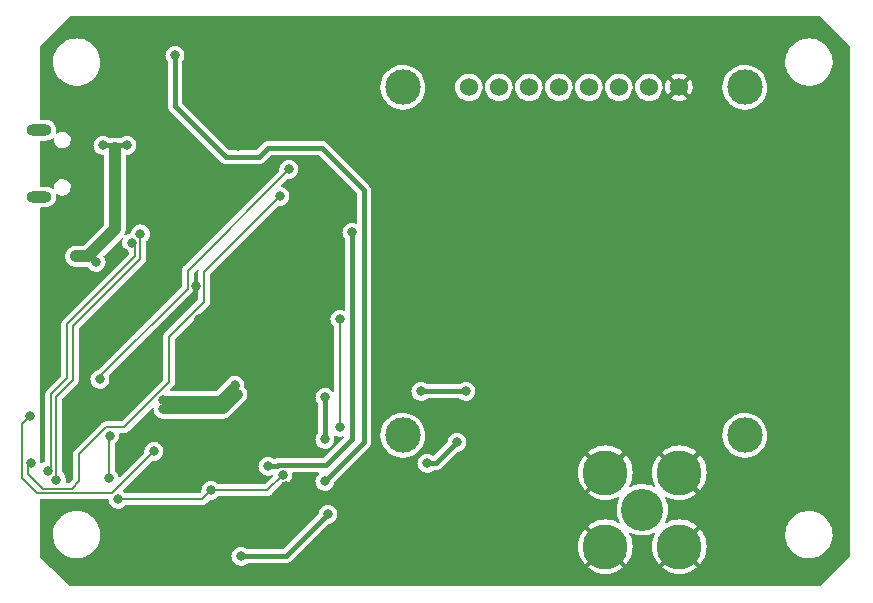
<source format=gbr>
%TF.GenerationSoftware,KiCad,Pcbnew,(5.99.0-10363-ga7f956581c)*%
%TF.CreationDate,2021-04-24T20:18:21-04:00*%
%TF.ProjectId,NTP_PPS_Board,4e54505f-5050-4535-9f42-6f6172642e6b,rev?*%
%TF.SameCoordinates,Original*%
%TF.FileFunction,Copper,L2,Bot*%
%TF.FilePolarity,Positive*%
%FSLAX46Y46*%
G04 Gerber Fmt 4.6, Leading zero omitted, Abs format (unit mm)*
G04 Created by KiCad (PCBNEW (5.99.0-10363-ga7f956581c)) date 2021-04-24 20:18:21*
%MOMM*%
%LPD*%
G01*
G04 APERTURE LIST*
G04 Aperture macros list*
%AMRoundRect*
0 Rectangle with rounded corners*
0 $1 Rounding radius*
0 $2 $3 $4 $5 $6 $7 $8 $9 X,Y pos of 4 corners*
0 Add a 4 corners polygon primitive as box body*
4,1,4,$2,$3,$4,$5,$6,$7,$8,$9,$2,$3,0*
0 Add four circle primitives for the rounded corners*
1,1,$1+$1,$2,$3*
1,1,$1+$1,$4,$5*
1,1,$1+$1,$6,$7*
1,1,$1+$1,$8,$9*
0 Add four rect primitives between the rounded corners*
20,1,$1+$1,$2,$3,$4,$5,0*
20,1,$1+$1,$4,$5,$6,$7,0*
20,1,$1+$1,$6,$7,$8,$9,0*
20,1,$1+$1,$8,$9,$2,$3,0*%
G04 Aperture macros list end*
%TA.AperFunction,WasherPad*%
%ADD10C,3.000000*%
%TD*%
%TA.AperFunction,ComponentPad*%
%ADD11C,1.524000*%
%TD*%
%TA.AperFunction,ComponentPad*%
%ADD12RoundRect,0.475000X-0.600000X0.000000X-0.600000X0.000000X0.600000X0.000000X0.600000X0.000000X0*%
%TD*%
%TA.AperFunction,ComponentPad*%
%ADD13C,3.556000*%
%TD*%
%TA.AperFunction,ComponentPad*%
%ADD14C,3.810000*%
%TD*%
%TA.AperFunction,ViaPad*%
%ADD15C,0.800000*%
%TD*%
%TA.AperFunction,ViaPad*%
%ADD16C,1.000000*%
%TD*%
%TA.AperFunction,Conductor*%
%ADD17C,0.400000*%
%TD*%
%TA.AperFunction,Conductor*%
%ADD18C,0.200000*%
%TD*%
%TA.AperFunction,Conductor*%
%ADD19C,1.000000*%
%TD*%
%TA.AperFunction,Conductor*%
%ADD20C,0.800000*%
%TD*%
G04 APERTURE END LIST*
D10*
%TO.P,U4,*%
%TO.N,*%
X119622000Y-77131500D03*
X148578000Y-77131500D03*
X148578000Y-106595500D03*
X119622000Y-106595500D03*
D11*
%TO.P,U4,1,Data*%
%TO.N,/SDA*%
X125210000Y-77131500D03*
%TO.P,U4,2,CLK*%
%TO.N,/SCL*%
X127750000Y-77131500D03*
%TO.P,U4,3,A0/DC*%
%TO.N,unconnected-(U4-Pad3)*%
X130290000Y-77131500D03*
%TO.P,U4,4,RST*%
%TO.N,/OLED_RST*%
X132830000Y-77131500D03*
%TO.P,U4,5,CS*%
%TO.N,unconnected-(U4-Pad5)*%
X135370000Y-77131500D03*
%TO.P,U4,6,3Vo*%
%TO.N,unconnected-(U4-Pad6)*%
X137910000Y-77131500D03*
%TO.P,U4,7,Vin*%
%TO.N,+3V3*%
X140450000Y-77131500D03*
%TO.P,U4,8,GND*%
%TO.N,GND*%
X142990000Y-77131500D03*
%TD*%
D12*
%TO.P,J1,6,Shield*%
%TO.N,Net-(FB2-Pad2)*%
X88800000Y-86425000D03*
X88800000Y-80775000D03*
%TD*%
D13*
%TO.P,Je1,1,In*%
%TO.N,Net-(D2-Pad2)*%
X139900000Y-112900000D03*
D14*
%TO.P,Je1,2,Ext*%
%TO.N,GND*%
X136770000Y-116030000D03*
X143030000Y-116030000D03*
X143030000Y-109770000D03*
X136770000Y-109770000D03*
%TD*%
D15*
%TO.N,GND*%
X96012000Y-91186000D03*
%TO.N,+3V3*%
X113030000Y-106934000D03*
X113030000Y-103378000D03*
%TO.N,VBUS*%
X96266000Y-82042000D03*
X94234000Y-82042000D03*
X93642489Y-91948000D03*
X91948000Y-91440000D03*
X92964000Y-91440000D03*
X95250000Y-82296000D03*
%TO.N,GND*%
X92964000Y-85598000D03*
X92964000Y-87122000D03*
%TO.N,+3V3*%
X99314000Y-103632000D03*
X105410000Y-102362000D03*
X105664000Y-103124000D03*
X99314000Y-104394000D03*
%TO.N,/DTR*%
X109461331Y-109931326D03*
X103378000Y-111252000D03*
X95504000Y-112014000D03*
%TO.N,Net-(U1-Pad34)*%
X88138000Y-108966000D03*
X109220000Y-86360000D03*
%TO.N,Net-(U1-Pad35)*%
X109982000Y-84074000D03*
X93980000Y-101854000D03*
%TO.N,GND*%
X95504000Y-102870000D03*
%TO.N,/RTS*%
X88063982Y-104935664D03*
X98552000Y-107950000D03*
%TO.N,Net-(R8-Pad2)*%
X94796387Y-106650992D03*
X94742000Y-110236000D03*
%TO.N,/USB-*%
X90287232Y-110353232D03*
%TO.N,/USB+*%
X89544768Y-109610768D03*
%TO.N,/USB-*%
X90287232Y-110353232D03*
%TO.N,/USB+*%
X89544768Y-109610768D03*
%TO.N,GND*%
X98298000Y-110490000D03*
%TO.N,/USB-*%
X97399232Y-89544768D03*
%TO.N,/USB+*%
X96656768Y-90287232D03*
%TO.N,GND*%
X89454607Y-77825500D03*
X90424000Y-89916000D03*
X91948000Y-85598000D03*
X101092000Y-87122000D03*
%TO.N,/EN*%
X100330000Y-74422000D03*
X113030000Y-110490000D03*
%TO.N,/IO0*%
X115316000Y-89408000D03*
X108204000Y-109220000D03*
%TO.N,Net-(C6-Pad2)*%
X114300000Y-96774000D03*
X114300000Y-105918000D03*
%TO.N,+3V3*%
X121666000Y-108966000D03*
X124206000Y-107188000D03*
%TO.N,VBUS*%
X121158000Y-102870000D03*
X124968000Y-102870000D03*
%TO.N,GND*%
X108966000Y-99822000D03*
X102362000Y-96774000D03*
X103632000Y-96774000D03*
X103886000Y-93980000D03*
X102108000Y-93980000D03*
X91440000Y-105664000D03*
X92964000Y-100838000D03*
X92964000Y-98806000D03*
X89916000Y-100838000D03*
X89916000Y-98806000D03*
X89916000Y-99822000D03*
X92964000Y-99822000D03*
X96520000Y-100584000D03*
X98552000Y-100584000D03*
X97536000Y-100584000D03*
X106934000Y-105664000D03*
%TO.N,/EN*%
X113284000Y-113284000D03*
X105918000Y-116840000D03*
D16*
%TO.N,GND*%
X105664000Y-82042000D03*
X124968000Y-116840000D03*
X102362000Y-78486000D03*
X103886000Y-75184000D03*
X101092000Y-72644000D03*
X109728000Y-110998000D03*
X108966000Y-78486000D03*
X113030000Y-72136000D03*
X106172000Y-114808000D03*
X98298000Y-113792000D03*
X117348000Y-113792000D03*
X107188000Y-75184000D03*
%TD*%
D17*
%TO.N,+3V3*%
X113030000Y-106934000D02*
X113030000Y-103378000D01*
D18*
%TO.N,Net-(C6-Pad2)*%
X114300000Y-105918000D02*
X114300000Y-96774000D01*
D17*
%TO.N,/IO0*%
X115316000Y-106934000D02*
X115316000Y-89408000D01*
X109077565Y-109131815D02*
X113118185Y-109131815D01*
X108989380Y-109220000D02*
X109077565Y-109131815D01*
X113118185Y-109131815D02*
X115316000Y-106934000D01*
X108204000Y-109220000D02*
X108989380Y-109220000D01*
%TO.N,/EN*%
X100330000Y-78740000D02*
X100330000Y-74422000D01*
X108204000Y-82296000D02*
X107442000Y-83058000D01*
X107442000Y-83058000D02*
X104648000Y-83058000D01*
X112776000Y-82296000D02*
X108204000Y-82296000D01*
X104648000Y-83058000D02*
X100330000Y-78740000D01*
X116332000Y-107188000D02*
X116332000Y-85852000D01*
X116332000Y-85852000D02*
X112776000Y-82296000D01*
X113030000Y-110490000D02*
X116332000Y-107188000D01*
%TO.N,VBUS*%
X95504000Y-82042000D02*
X95250000Y-82296000D01*
X96266000Y-82042000D02*
X95504000Y-82042000D01*
X94234000Y-82042000D02*
X94996000Y-82042000D01*
X94996000Y-82042000D02*
X95250000Y-82296000D01*
D19*
X92964000Y-91440000D02*
X91948000Y-91440000D01*
X95250000Y-89154000D02*
X92964000Y-91440000D01*
X95250000Y-82296000D02*
X95250000Y-89154000D01*
D18*
%TO.N,Net-(U1-Pad35)*%
X101408489Y-94171511D02*
X101408489Y-92647511D01*
X101408489Y-92647511D02*
X109982000Y-84074000D01*
X93980000Y-101600000D02*
X101408489Y-94171511D01*
X93980000Y-101854000D02*
X93980000Y-101600000D01*
D20*
%TO.N,+3V3*%
X104140000Y-103632000D02*
X105410000Y-102362000D01*
X99314000Y-103632000D02*
X104140000Y-103632000D01*
X104394000Y-104394000D02*
X105664000Y-103124000D01*
X99314000Y-104394000D02*
X104394000Y-104394000D01*
D18*
%TO.N,/DTR*%
X108140657Y-111252000D02*
X109461331Y-109931326D01*
X103378000Y-111252000D02*
X108140657Y-111252000D01*
X102616000Y-112014000D02*
X103378000Y-111252000D01*
X95504000Y-112014000D02*
X102616000Y-112014000D01*
%TO.N,Net-(U1-Pad34)*%
X102807511Y-92772489D02*
X109220000Y-86360000D01*
X102807511Y-95293212D02*
X102807511Y-92772489D01*
X99822000Y-98278723D02*
X102807511Y-95293212D01*
X99822000Y-102108000D02*
X99822000Y-98278723D01*
X96012000Y-105918000D02*
X99822000Y-102108000D01*
X94494102Y-105918000D02*
X96012000Y-105918000D01*
X92202000Y-108210102D02*
X94494102Y-105918000D01*
X92202000Y-110490000D02*
X92202000Y-108210102D01*
X91585520Y-111106480D02*
X92202000Y-110490000D01*
X89154000Y-111106480D02*
X91585520Y-111106480D01*
X87884000Y-109220000D02*
X87884000Y-109836480D01*
X88138000Y-108966000D02*
X87884000Y-109220000D01*
X87884000Y-109836480D02*
X89154000Y-111106480D01*
%TO.N,/RTS*%
X87376000Y-105623646D02*
X88063982Y-104935664D01*
X87376000Y-110236000D02*
X87376000Y-105623646D01*
X88646000Y-111506000D02*
X87376000Y-110236000D01*
X94996000Y-111506000D02*
X88646000Y-111506000D01*
X98552000Y-107950000D02*
X94996000Y-111506000D01*
%TO.N,Net-(R8-Pad2)*%
X94742000Y-106705379D02*
X94796387Y-106650992D01*
X94742000Y-110236000D02*
X94742000Y-106705379D01*
%TO.N,/USB-*%
X90287232Y-103324968D02*
X90287232Y-110353232D01*
X91665000Y-101947200D02*
X90287232Y-103324968D01*
X97399232Y-91640968D02*
X91665000Y-97375200D01*
X97399232Y-89544768D02*
X97399232Y-91640968D01*
%TO.N,/USB+*%
X89837231Y-109318305D02*
X89544768Y-109610768D01*
%TO.N,/USB-*%
X91665000Y-97375200D02*
X91665000Y-101947200D01*
%TO.N,/USB+*%
X89837231Y-103138569D02*
X89837231Y-109318305D01*
X91215000Y-101760800D02*
X89837231Y-103138569D01*
X91215000Y-97188800D02*
X91215000Y-101760800D01*
X96949231Y-90579695D02*
X96949231Y-91454569D01*
X96656768Y-90287232D02*
X96949231Y-90579695D01*
X96949231Y-91454569D02*
X91215000Y-97188800D01*
D17*
%TO.N,+3V3*%
X124206000Y-107188000D02*
X122428000Y-108966000D01*
X122428000Y-108966000D02*
X121666000Y-108966000D01*
%TO.N,VBUS*%
X124968000Y-102870000D02*
X121158000Y-102870000D01*
%TO.N,/EN*%
X105918000Y-116840000D02*
X109728000Y-116840000D01*
X109728000Y-116840000D02*
X113284000Y-113284000D01*
%TD*%
%TA.AperFunction,Conductor*%
%TO.N,GND*%
G36*
X154956914Y-71137313D02*
G01*
X154961674Y-71141674D01*
X157458326Y-73638326D01*
X157479718Y-73684202D01*
X157480000Y-73690652D01*
X157480000Y-116809348D01*
X157462687Y-116856914D01*
X157458326Y-116861674D01*
X154961674Y-119358326D01*
X154915798Y-119379718D01*
X154909348Y-119380000D01*
X91470652Y-119380000D01*
X91423086Y-119362687D01*
X91418326Y-119358326D01*
X89855982Y-117795982D01*
X135292005Y-117795982D01*
X135293314Y-117800866D01*
X135361930Y-117861040D01*
X135365783Y-117863997D01*
X135612986Y-118029173D01*
X135617172Y-118031590D01*
X135883831Y-118163092D01*
X135888292Y-118164940D01*
X136169840Y-118260512D01*
X136174500Y-118261761D01*
X136466115Y-118319767D01*
X136470890Y-118320396D01*
X136767589Y-118339842D01*
X136772411Y-118339842D01*
X137069110Y-118320396D01*
X137073885Y-118319767D01*
X137365500Y-118261761D01*
X137370160Y-118260512D01*
X137651708Y-118164940D01*
X137656169Y-118163092D01*
X137922828Y-118031590D01*
X137927014Y-118029173D01*
X138174217Y-117863997D01*
X138178070Y-117861040D01*
X138242916Y-117804172D01*
X138247410Y-117795982D01*
X141552005Y-117795982D01*
X141553314Y-117800866D01*
X141621930Y-117861040D01*
X141625783Y-117863997D01*
X141872986Y-118029173D01*
X141877172Y-118031590D01*
X142143831Y-118163092D01*
X142148292Y-118164940D01*
X142429840Y-118260512D01*
X142434500Y-118261761D01*
X142726115Y-118319767D01*
X142730890Y-118320396D01*
X143027589Y-118339842D01*
X143032411Y-118339842D01*
X143329110Y-118320396D01*
X143333885Y-118319767D01*
X143625500Y-118261761D01*
X143630160Y-118260512D01*
X143911708Y-118164940D01*
X143916169Y-118163092D01*
X144182828Y-118031590D01*
X144187014Y-118029173D01*
X144434217Y-117863997D01*
X144438070Y-117861040D01*
X144502916Y-117804172D01*
X144508033Y-117794846D01*
X144507047Y-117789890D01*
X143039226Y-116322069D01*
X143029587Y-116317574D01*
X143023688Y-116319155D01*
X141556500Y-117786343D01*
X141552005Y-117795982D01*
X138247410Y-117795982D01*
X138248033Y-117794846D01*
X138247047Y-117789890D01*
X136779226Y-116322069D01*
X136769587Y-116317574D01*
X136763688Y-116319155D01*
X135296500Y-117786343D01*
X135292005Y-117795982D01*
X89855982Y-117795982D01*
X88921674Y-116861674D01*
X88900282Y-116815798D01*
X88900000Y-116809348D01*
X88900000Y-114937006D01*
X89995490Y-114937006D01*
X89995593Y-114939625D01*
X90006088Y-115206756D01*
X90006611Y-115220072D01*
X90057506Y-115498748D01*
X90058336Y-115501235D01*
X90058336Y-115501236D01*
X90118555Y-115681732D01*
X90147160Y-115767472D01*
X90273782Y-116020883D01*
X90275266Y-116023030D01*
X90275270Y-116023037D01*
X90297902Y-116055782D01*
X90434847Y-116253924D01*
X90627141Y-116461947D01*
X90846827Y-116640799D01*
X90849068Y-116642148D01*
X90849072Y-116642151D01*
X91009898Y-116738976D01*
X91089522Y-116786914D01*
X91091932Y-116787935D01*
X91091935Y-116787936D01*
X91347975Y-116896354D01*
X91350384Y-116897374D01*
X91352916Y-116898045D01*
X91352918Y-116898046D01*
X91532310Y-116945611D01*
X91624207Y-116969977D01*
X91905528Y-117003274D01*
X92034407Y-117000237D01*
X92186115Y-116996662D01*
X92186119Y-116996662D01*
X92188734Y-116996600D01*
X92191309Y-116996171D01*
X92191313Y-116996171D01*
X92465593Y-116950518D01*
X92465596Y-116950517D01*
X92468175Y-116950088D01*
X92589532Y-116911708D01*
X92735780Y-116865456D01*
X92735783Y-116865455D01*
X92738274Y-116864667D01*
X92740628Y-116863536D01*
X92740632Y-116863535D01*
X92813065Y-116828753D01*
X105112579Y-116828753D01*
X105112983Y-116832870D01*
X105128994Y-116996171D01*
X105130102Y-117007473D01*
X105131406Y-117011394D01*
X105131407Y-117011397D01*
X105185480Y-117173947D01*
X105186785Y-117177869D01*
X105279811Y-117331472D01*
X105282679Y-117334442D01*
X105282683Y-117334447D01*
X105389315Y-117444867D01*
X105404555Y-117460648D01*
X105408014Y-117462912D01*
X105408017Y-117462914D01*
X105441857Y-117485058D01*
X105554818Y-117558978D01*
X105558698Y-117560421D01*
X105719254Y-117620131D01*
X105719256Y-117620131D01*
X105723132Y-117621573D01*
X105769562Y-117627768D01*
X105897028Y-117644776D01*
X105897032Y-117644776D01*
X105901131Y-117645323D01*
X105905252Y-117644948D01*
X105905256Y-117644948D01*
X105981723Y-117637989D01*
X106079968Y-117629048D01*
X106250756Y-117573556D01*
X106279016Y-117556710D01*
X106401449Y-117483725D01*
X106401450Y-117483724D01*
X106405005Y-117481605D01*
X106426736Y-117460911D01*
X106477767Y-117440500D01*
X109685170Y-117440500D01*
X109694829Y-117441133D01*
X109728000Y-117445500D01*
X109732808Y-117444867D01*
X109879910Y-117425501D01*
X109879913Y-117425500D01*
X109884715Y-117424868D01*
X110030750Y-117364378D01*
X110034595Y-117361428D01*
X110034598Y-117361426D01*
X110125762Y-117291473D01*
X110125763Y-117291472D01*
X110152302Y-117271108D01*
X110156153Y-117268153D01*
X110176517Y-117241614D01*
X110182899Y-117234336D01*
X111389646Y-116027589D01*
X134460158Y-116027589D01*
X134460158Y-116032411D01*
X134479604Y-116329110D01*
X134480233Y-116333885D01*
X134538239Y-116625500D01*
X134539488Y-116630160D01*
X134635060Y-116911708D01*
X134636908Y-116916169D01*
X134768410Y-117182828D01*
X134770827Y-117187014D01*
X134936003Y-117434217D01*
X134938960Y-117438070D01*
X134995828Y-117502916D01*
X135005154Y-117508033D01*
X135010110Y-117507047D01*
X136477931Y-116039226D01*
X136482426Y-116029587D01*
X136480845Y-116023688D01*
X135013657Y-114556500D01*
X135004018Y-114552005D01*
X134999134Y-114553314D01*
X134938960Y-114621930D01*
X134936003Y-114625783D01*
X134770827Y-114872986D01*
X134768410Y-114877172D01*
X134636908Y-115143831D01*
X134635060Y-115148292D01*
X134539488Y-115429840D01*
X134538239Y-115434500D01*
X134480233Y-115726115D01*
X134479604Y-115730890D01*
X134460158Y-116027589D01*
X111389646Y-116027589D01*
X113152082Y-114265154D01*
X135291967Y-114265154D01*
X135292953Y-114270110D01*
X138526343Y-117503500D01*
X138535982Y-117507995D01*
X138540866Y-117506686D01*
X138601040Y-117438070D01*
X138603997Y-117434217D01*
X138769173Y-117187014D01*
X138771590Y-117182828D01*
X138903092Y-116916169D01*
X138904940Y-116911708D01*
X139000512Y-116630160D01*
X139001761Y-116625500D01*
X139059767Y-116333885D01*
X139060396Y-116329110D01*
X139079842Y-116032411D01*
X139079842Y-116027589D01*
X139060396Y-115730890D01*
X139059767Y-115726115D01*
X139001761Y-115434500D01*
X139000512Y-115429840D01*
X138904940Y-115148292D01*
X138903092Y-115143831D01*
X138801679Y-114938187D01*
X138796169Y-114887869D01*
X138824291Y-114845781D01*
X138872888Y-114831616D01*
X138898500Y-114838014D01*
X139136607Y-114945523D01*
X139138893Y-114946555D01*
X139141298Y-114947267D01*
X139141297Y-114947267D01*
X139421269Y-115030199D01*
X139421274Y-115030200D01*
X139423684Y-115030914D01*
X139426171Y-115031295D01*
X139426173Y-115031295D01*
X139714798Y-115075461D01*
X139714801Y-115075461D01*
X139717289Y-115075842D01*
X139719805Y-115075882D01*
X139719811Y-115075882D01*
X139875527Y-115078328D01*
X140014276Y-115080508D01*
X140181996Y-115060211D01*
X140306638Y-115045128D01*
X140306643Y-115045127D01*
X140309147Y-115044824D01*
X140472760Y-115001901D01*
X140594010Y-114970092D01*
X140594015Y-114970090D01*
X140596448Y-114969452D01*
X140793408Y-114887869D01*
X140868525Y-114856755D01*
X140868530Y-114856753D01*
X140870861Y-114855787D01*
X140894383Y-114842042D01*
X140944184Y-114832991D01*
X140988154Y-114858070D01*
X141005716Y-114905545D01*
X140998086Y-114938662D01*
X140896908Y-115143831D01*
X140895060Y-115148292D01*
X140799488Y-115429840D01*
X140798239Y-115434500D01*
X140740233Y-115726115D01*
X140739604Y-115730890D01*
X140720158Y-116027589D01*
X140720158Y-116032411D01*
X140739604Y-116329110D01*
X140740233Y-116333885D01*
X140798239Y-116625500D01*
X140799488Y-116630160D01*
X140895060Y-116911708D01*
X140896908Y-116916169D01*
X141028410Y-117182828D01*
X141030827Y-117187014D01*
X141196003Y-117434217D01*
X141198960Y-117438070D01*
X141255828Y-117502916D01*
X141265154Y-117508033D01*
X141270110Y-117507047D01*
X142746744Y-116030413D01*
X143317574Y-116030413D01*
X143319155Y-116036312D01*
X144786343Y-117503500D01*
X144795982Y-117507995D01*
X144800866Y-117506686D01*
X144861040Y-117438070D01*
X144863997Y-117434217D01*
X145029173Y-117187014D01*
X145031590Y-117182828D01*
X145163092Y-116916169D01*
X145164940Y-116911708D01*
X145260512Y-116630160D01*
X145261761Y-116625500D01*
X145319767Y-116333885D01*
X145320396Y-116329110D01*
X145339842Y-116032411D01*
X145339842Y-116027589D01*
X145320396Y-115730890D01*
X145319767Y-115726115D01*
X145261761Y-115434500D01*
X145260512Y-115429840D01*
X145164940Y-115148292D01*
X145163092Y-115143831D01*
X145061097Y-114937006D01*
X151995490Y-114937006D01*
X151995593Y-114939625D01*
X152006088Y-115206756D01*
X152006611Y-115220072D01*
X152057506Y-115498748D01*
X152058336Y-115501235D01*
X152058336Y-115501236D01*
X152118555Y-115681732D01*
X152147160Y-115767472D01*
X152273782Y-116020883D01*
X152275266Y-116023030D01*
X152275270Y-116023037D01*
X152297902Y-116055782D01*
X152434847Y-116253924D01*
X152627141Y-116461947D01*
X152846827Y-116640799D01*
X152849068Y-116642148D01*
X152849072Y-116642151D01*
X153009898Y-116738976D01*
X153089522Y-116786914D01*
X153091932Y-116787935D01*
X153091935Y-116787936D01*
X153347975Y-116896354D01*
X153350384Y-116897374D01*
X153352916Y-116898045D01*
X153352918Y-116898046D01*
X153532310Y-116945611D01*
X153624207Y-116969977D01*
X153905528Y-117003274D01*
X154034407Y-117000237D01*
X154186115Y-116996662D01*
X154186119Y-116996662D01*
X154188734Y-116996600D01*
X154191309Y-116996171D01*
X154191313Y-116996171D01*
X154465593Y-116950518D01*
X154465596Y-116950517D01*
X154468175Y-116950088D01*
X154589532Y-116911708D01*
X154735780Y-116865456D01*
X154735783Y-116865455D01*
X154738274Y-116864667D01*
X154740628Y-116863536D01*
X154740632Y-116863535D01*
X154991295Y-116743168D01*
X154993642Y-116742041D01*
X155012555Y-116729403D01*
X155227007Y-116586112D01*
X155227014Y-116586107D01*
X155229185Y-116584656D01*
X155440202Y-116395653D01*
X155622484Y-116178803D01*
X155721040Y-116020774D01*
X155771012Y-115940646D01*
X155771013Y-115940644D01*
X155772392Y-115938433D01*
X155886936Y-115679339D01*
X155963831Y-115406690D01*
X155988631Y-115222056D01*
X156001290Y-115127813D01*
X156001291Y-115127804D01*
X156001543Y-115125926D01*
X156005500Y-115000000D01*
X155995451Y-114858070D01*
X155985677Y-114720030D01*
X155985676Y-114720024D01*
X155985492Y-114717423D01*
X155975459Y-114670818D01*
X155950972Y-114557084D01*
X155925869Y-114440483D01*
X155827819Y-114174708D01*
X155750186Y-114030827D01*
X155694542Y-113927700D01*
X155694539Y-113927695D01*
X155693300Y-113925399D01*
X155691347Y-113922754D01*
X155562558Y-113748389D01*
X155524994Y-113697532D01*
X155523167Y-113695676D01*
X155523161Y-113695669D01*
X155328097Y-113497517D01*
X155328096Y-113497517D01*
X155326261Y-113495652D01*
X155238694Y-113428823D01*
X155103144Y-113325374D01*
X155103138Y-113325370D01*
X155101065Y-113323788D01*
X154853900Y-113185369D01*
X154589698Y-113083157D01*
X154587155Y-113082568D01*
X154587150Y-113082566D01*
X154316275Y-113019781D01*
X154316273Y-113019781D01*
X154313729Y-113019191D01*
X154311129Y-113018966D01*
X154311124Y-113018965D01*
X154034110Y-112994973D01*
X154031501Y-112994747D01*
X153748644Y-113010314D01*
X153470803Y-113065580D01*
X153305044Y-113123790D01*
X153205991Y-113158575D01*
X153205988Y-113158576D01*
X153203520Y-113159443D01*
X153201200Y-113160648D01*
X153201198Y-113160649D01*
X152954444Y-113288827D01*
X152954439Y-113288830D01*
X152952129Y-113290030D01*
X152950007Y-113291546D01*
X152950006Y-113291547D01*
X152723768Y-113453219D01*
X152723763Y-113453223D01*
X152721646Y-113454736D01*
X152719758Y-113456537D01*
X152680419Y-113494065D01*
X152516670Y-113650273D01*
X152341290Y-113872742D01*
X152339979Y-113874999D01*
X152220435Y-114080810D01*
X152199006Y-114117702D01*
X152198023Y-114120129D01*
X152198022Y-114120131D01*
X152093638Y-114377840D01*
X152093635Y-114377848D01*
X152092656Y-114380266D01*
X152024363Y-114655196D01*
X151995490Y-114937006D01*
X145061097Y-114937006D01*
X145031590Y-114877172D01*
X145029173Y-114872986D01*
X144863997Y-114625783D01*
X144861040Y-114621930D01*
X144804172Y-114557084D01*
X144794846Y-114551967D01*
X144789890Y-114552953D01*
X143322069Y-116020774D01*
X143317574Y-116030413D01*
X142746744Y-116030413D01*
X144503500Y-114273657D01*
X144507995Y-114264018D01*
X144506686Y-114259134D01*
X144438070Y-114198960D01*
X144434217Y-114196003D01*
X144187014Y-114030827D01*
X144182828Y-114028410D01*
X143916169Y-113896908D01*
X143911708Y-113895060D01*
X143630160Y-113799488D01*
X143625500Y-113798239D01*
X143333885Y-113740233D01*
X143329110Y-113739604D01*
X143032411Y-113720158D01*
X143027589Y-113720158D01*
X142730890Y-113739604D01*
X142726115Y-113740233D01*
X142434500Y-113798239D01*
X142429840Y-113799488D01*
X142148292Y-113895060D01*
X142143831Y-113896908D01*
X141934469Y-114000154D01*
X141884151Y-114005664D01*
X141842063Y-113977542D01*
X141827898Y-113928945D01*
X141836708Y-113898475D01*
X141838563Y-113895060D01*
X141885317Y-113808949D01*
X141990307Y-113531101D01*
X141998790Y-113494065D01*
X142056052Y-113244043D01*
X142056053Y-113244040D01*
X142056617Y-113241575D01*
X142056842Y-113239056D01*
X142082893Y-112947166D01*
X142082893Y-112947157D01*
X142083021Y-112945728D01*
X142083500Y-112900000D01*
X142066983Y-112657723D01*
X142063469Y-112606169D01*
X142063468Y-112606165D01*
X142063298Y-112603665D01*
X142053254Y-112555162D01*
X142041269Y-112497290D01*
X142003065Y-112312814D01*
X141922539Y-112085415D01*
X141904761Y-112035211D01*
X141904760Y-112035209D01*
X141903917Y-112032828D01*
X141835254Y-111899795D01*
X141828822Y-111849587D01*
X141856169Y-111806991D01*
X141904498Y-111791938D01*
X141933741Y-111799487D01*
X142143831Y-111903092D01*
X142148292Y-111904940D01*
X142429840Y-112000512D01*
X142434500Y-112001761D01*
X142726115Y-112059767D01*
X142730890Y-112060396D01*
X143027589Y-112079842D01*
X143032411Y-112079842D01*
X143329110Y-112060396D01*
X143333885Y-112059767D01*
X143625500Y-112001761D01*
X143630160Y-112000512D01*
X143911708Y-111904940D01*
X143916169Y-111903092D01*
X144182828Y-111771590D01*
X144187014Y-111769173D01*
X144434217Y-111603997D01*
X144438070Y-111601040D01*
X144502916Y-111544172D01*
X144508033Y-111534846D01*
X144507047Y-111529890D01*
X142747570Y-109770413D01*
X143317574Y-109770413D01*
X143319155Y-109776312D01*
X144786343Y-111243500D01*
X144795982Y-111247995D01*
X144800866Y-111246686D01*
X144861040Y-111178070D01*
X144863997Y-111174217D01*
X145029173Y-110927014D01*
X145031590Y-110922828D01*
X145163092Y-110656169D01*
X145164940Y-110651708D01*
X145260512Y-110370160D01*
X145261761Y-110365500D01*
X145319767Y-110073885D01*
X145320396Y-110069110D01*
X145339842Y-109772411D01*
X145339842Y-109767589D01*
X145320396Y-109470890D01*
X145319767Y-109466115D01*
X145261761Y-109174500D01*
X145260512Y-109169840D01*
X145164940Y-108888292D01*
X145163092Y-108883831D01*
X145031590Y-108617172D01*
X145029173Y-108612986D01*
X144863997Y-108365783D01*
X144861040Y-108361930D01*
X144804172Y-108297084D01*
X144794846Y-108291967D01*
X144789890Y-108292953D01*
X143322069Y-109760774D01*
X143317574Y-109770413D01*
X142747570Y-109770413D01*
X141273657Y-108296500D01*
X141264018Y-108292005D01*
X141259134Y-108293314D01*
X141198960Y-108361930D01*
X141196003Y-108365783D01*
X141030827Y-108612986D01*
X141028410Y-108617172D01*
X140896908Y-108883831D01*
X140895060Y-108888292D01*
X140799488Y-109169840D01*
X140798239Y-109174500D01*
X140740233Y-109466115D01*
X140739604Y-109470890D01*
X140720158Y-109767589D01*
X140720158Y-109772411D01*
X140739604Y-110069110D01*
X140740233Y-110073885D01*
X140798239Y-110365500D01*
X140799488Y-110370160D01*
X140895060Y-110651708D01*
X140896908Y-110656169D01*
X140997406Y-110859959D01*
X141002916Y-110910277D01*
X140974794Y-110952365D01*
X140926197Y-110966530D01*
X140901296Y-110960448D01*
X140639634Y-110845587D01*
X140353975Y-110764215D01*
X140059916Y-110722364D01*
X139927189Y-110721669D01*
X139765416Y-110720822D01*
X139765413Y-110720822D01*
X139762897Y-110720809D01*
X139468415Y-110759578D01*
X139465982Y-110760244D01*
X139465980Y-110760244D01*
X139424912Y-110771479D01*
X139181920Y-110837954D01*
X139179599Y-110838944D01*
X138911025Y-110953500D01*
X138911020Y-110953503D01*
X138908712Y-110954487D01*
X138906555Y-110955778D01*
X138904306Y-110956924D01*
X138903810Y-110955951D01*
X138857730Y-110964834D01*
X138813496Y-110940225D01*
X138795428Y-110892940D01*
X138803050Y-110859034D01*
X138903092Y-110656169D01*
X138904940Y-110651708D01*
X139000512Y-110370160D01*
X139001761Y-110365500D01*
X139059767Y-110073885D01*
X139060396Y-110069110D01*
X139079842Y-109772411D01*
X139079842Y-109767589D01*
X139060396Y-109470890D01*
X139059767Y-109466115D01*
X139001761Y-109174500D01*
X139000512Y-109169840D01*
X138904940Y-108888292D01*
X138903092Y-108883831D01*
X138771590Y-108617172D01*
X138769173Y-108612986D01*
X138603997Y-108365783D01*
X138601040Y-108361930D01*
X138544172Y-108297084D01*
X138534846Y-108291967D01*
X138529890Y-108292953D01*
X135296500Y-111526343D01*
X135292005Y-111535982D01*
X135293314Y-111540866D01*
X135361930Y-111601040D01*
X135365783Y-111603997D01*
X135612986Y-111769173D01*
X135617172Y-111771590D01*
X135883831Y-111903092D01*
X135888292Y-111904940D01*
X136169840Y-112000512D01*
X136174500Y-112001761D01*
X136466115Y-112059767D01*
X136470890Y-112060396D01*
X136767589Y-112079842D01*
X136772411Y-112079842D01*
X137069110Y-112060396D01*
X137073885Y-112059767D01*
X137365500Y-112001761D01*
X137370160Y-112000512D01*
X137651708Y-111904940D01*
X137656169Y-111903092D01*
X137866088Y-111799571D01*
X137916406Y-111794061D01*
X137958494Y-111822183D01*
X137972659Y-111870780D01*
X137964216Y-111900567D01*
X137905273Y-112011891D01*
X137904410Y-112014251D01*
X137904408Y-112014254D01*
X137880166Y-112080500D01*
X137803199Y-112290823D01*
X137802662Y-112293287D01*
X137802660Y-112293293D01*
X137753694Y-112517872D01*
X137739924Y-112581028D01*
X137716620Y-112877135D01*
X137716765Y-112879650D01*
X137716765Y-112879654D01*
X137724291Y-113010170D01*
X137733718Y-113173665D01*
X137734202Y-113176130D01*
X137734202Y-113176133D01*
X137759777Y-113306491D01*
X137790901Y-113465131D01*
X137791716Y-113467512D01*
X137791717Y-113467515D01*
X137885090Y-113740233D01*
X137887112Y-113746140D01*
X137964896Y-113900796D01*
X137970801Y-113951069D01*
X137943010Y-113993376D01*
X137894526Y-114007922D01*
X137866056Y-114000414D01*
X137656163Y-113896906D01*
X137651708Y-113895060D01*
X137370160Y-113799488D01*
X137365500Y-113798239D01*
X137073885Y-113740233D01*
X137069110Y-113739604D01*
X136772411Y-113720158D01*
X136767589Y-113720158D01*
X136470890Y-113739604D01*
X136466115Y-113740233D01*
X136174500Y-113798239D01*
X136169840Y-113799488D01*
X135888292Y-113895060D01*
X135883831Y-113896908D01*
X135617172Y-114028410D01*
X135612986Y-114030827D01*
X135365783Y-114196003D01*
X135361930Y-114198960D01*
X135297084Y-114255828D01*
X135291967Y-114265154D01*
X113152082Y-114265154D01*
X113315057Y-114102179D01*
X113360676Y-114080810D01*
X113445968Y-114073048D01*
X113616756Y-114017556D01*
X113620311Y-114015437D01*
X113767453Y-113927723D01*
X113767457Y-113927720D01*
X113771005Y-113925605D01*
X113901049Y-113801765D01*
X114000425Y-113652192D01*
X114045528Y-113533459D01*
X114062725Y-113488188D01*
X114062726Y-113488185D01*
X114064194Y-113484320D01*
X114068565Y-113453219D01*
X114088863Y-113308792D01*
X114088863Y-113308786D01*
X114089186Y-113306491D01*
X114089433Y-113288827D01*
X114089468Y-113286328D01*
X114089468Y-113286320D01*
X114089500Y-113284000D01*
X114069483Y-113105543D01*
X114064315Y-113090701D01*
X114036499Y-113010826D01*
X114010426Y-112935955D01*
X114004109Y-112925846D01*
X113917458Y-112787174D01*
X113917456Y-112787172D01*
X113915265Y-112783665D01*
X113788729Y-112656243D01*
X113758272Y-112636914D01*
X113709825Y-112606169D01*
X113637108Y-112560021D01*
X113518740Y-112517872D01*
X113471839Y-112501171D01*
X113471835Y-112501170D01*
X113467937Y-112499782D01*
X113289623Y-112478520D01*
X113285513Y-112478952D01*
X113285511Y-112478952D01*
X113115140Y-112496858D01*
X113115139Y-112496858D01*
X113111031Y-112497290D01*
X113026033Y-112526226D01*
X112944947Y-112553830D01*
X112944945Y-112553831D01*
X112941035Y-112555162D01*
X112788085Y-112649257D01*
X112785129Y-112652152D01*
X112702592Y-112732978D01*
X112659782Y-112774900D01*
X112562504Y-112925846D01*
X112555268Y-112945728D01*
X112502501Y-113090701D01*
X112502500Y-113090706D01*
X112501085Y-113094593D01*
X112500567Y-113098696D01*
X112500566Y-113098699D01*
X112486463Y-113210341D01*
X112465372Y-113253392D01*
X109500939Y-116217826D01*
X109455063Y-116239218D01*
X109448613Y-116239500D01*
X106480600Y-116239500D01*
X106433034Y-116222187D01*
X106428090Y-116217641D01*
X106425645Y-116215179D01*
X106425643Y-116215177D01*
X106422729Y-116212243D01*
X106408307Y-116203090D01*
X106308598Y-116139813D01*
X106271108Y-116116021D01*
X106241830Y-116105596D01*
X106105839Y-116057171D01*
X106105835Y-116057170D01*
X106101937Y-116055782D01*
X105923623Y-116034520D01*
X105919513Y-116034952D01*
X105919511Y-116034952D01*
X105749140Y-116052858D01*
X105749139Y-116052858D01*
X105745031Y-116053290D01*
X105733631Y-116057171D01*
X105578947Y-116109830D01*
X105578945Y-116109831D01*
X105575035Y-116111162D01*
X105422085Y-116205257D01*
X105419129Y-116208152D01*
X105305776Y-116319155D01*
X105293782Y-116330900D01*
X105196504Y-116481846D01*
X105195091Y-116485729D01*
X105136501Y-116646701D01*
X105136500Y-116646706D01*
X105135085Y-116650593D01*
X105134566Y-116654698D01*
X105134566Y-116654700D01*
X105114216Y-116815798D01*
X105112579Y-116828753D01*
X92813065Y-116828753D01*
X92991295Y-116743168D01*
X92993642Y-116742041D01*
X93012555Y-116729403D01*
X93227007Y-116586112D01*
X93227014Y-116586107D01*
X93229185Y-116584656D01*
X93440202Y-116395653D01*
X93622484Y-116178803D01*
X93721040Y-116020774D01*
X93771012Y-115940646D01*
X93771013Y-115940644D01*
X93772392Y-115938433D01*
X93886936Y-115679339D01*
X93963831Y-115406690D01*
X93988631Y-115222056D01*
X94001290Y-115127813D01*
X94001291Y-115127804D01*
X94001543Y-115125926D01*
X94005500Y-115000000D01*
X93995451Y-114858070D01*
X93985677Y-114720030D01*
X93985676Y-114720024D01*
X93985492Y-114717423D01*
X93975459Y-114670818D01*
X93950972Y-114557084D01*
X93925869Y-114440483D01*
X93827819Y-114174708D01*
X93750186Y-114030827D01*
X93694542Y-113927700D01*
X93694539Y-113927695D01*
X93693300Y-113925399D01*
X93691347Y-113922754D01*
X93562558Y-113748389D01*
X93524994Y-113697532D01*
X93523167Y-113695676D01*
X93523161Y-113695669D01*
X93328097Y-113497517D01*
X93328096Y-113497517D01*
X93326261Y-113495652D01*
X93238694Y-113428823D01*
X93103144Y-113325374D01*
X93103138Y-113325370D01*
X93101065Y-113323788D01*
X92853900Y-113185369D01*
X92589698Y-113083157D01*
X92587155Y-113082568D01*
X92587150Y-113082566D01*
X92316275Y-113019781D01*
X92316273Y-113019781D01*
X92313729Y-113019191D01*
X92311129Y-113018966D01*
X92311124Y-113018965D01*
X92034110Y-112994973D01*
X92031501Y-112994747D01*
X91748644Y-113010314D01*
X91470803Y-113065580D01*
X91305044Y-113123790D01*
X91205991Y-113158575D01*
X91205988Y-113158576D01*
X91203520Y-113159443D01*
X91201200Y-113160648D01*
X91201198Y-113160649D01*
X90954444Y-113288827D01*
X90954439Y-113288830D01*
X90952129Y-113290030D01*
X90950007Y-113291546D01*
X90950006Y-113291547D01*
X90723768Y-113453219D01*
X90723763Y-113453223D01*
X90721646Y-113454736D01*
X90719758Y-113456537D01*
X90680419Y-113494065D01*
X90516670Y-113650273D01*
X90341290Y-113872742D01*
X90339979Y-113874999D01*
X90220435Y-114080810D01*
X90199006Y-114117702D01*
X90198023Y-114120129D01*
X90198022Y-114120131D01*
X90093638Y-114377840D01*
X90093635Y-114377848D01*
X90092656Y-114380266D01*
X90024363Y-114655196D01*
X89995490Y-114937006D01*
X88900000Y-114937006D01*
X88900000Y-112080500D01*
X88917313Y-112032934D01*
X88961150Y-112007624D01*
X88974000Y-112006500D01*
X94631847Y-112006500D01*
X94679413Y-112023813D01*
X94704723Y-112067650D01*
X94705493Y-112073270D01*
X94716102Y-112181473D01*
X94717406Y-112185394D01*
X94717407Y-112185397D01*
X94767993Y-112337465D01*
X94772785Y-112351869D01*
X94865811Y-112505472D01*
X94868679Y-112508442D01*
X94868683Y-112508447D01*
X94960635Y-112603665D01*
X94990555Y-112634648D01*
X94994014Y-112636912D01*
X94994017Y-112636914D01*
X95063214Y-112682195D01*
X95140818Y-112732978D01*
X95144698Y-112734421D01*
X95305254Y-112794131D01*
X95305256Y-112794131D01*
X95309132Y-112795573D01*
X95355562Y-112801768D01*
X95483028Y-112818776D01*
X95483032Y-112818776D01*
X95487131Y-112819323D01*
X95491252Y-112818948D01*
X95491256Y-112818948D01*
X95567723Y-112811989D01*
X95665968Y-112803048D01*
X95836756Y-112747556D01*
X95840311Y-112745437D01*
X95987453Y-112657723D01*
X95987457Y-112657720D01*
X95991005Y-112655605D01*
X95993999Y-112652754D01*
X95994004Y-112652750D01*
X96117745Y-112534912D01*
X96168777Y-112514500D01*
X102552290Y-112514500D01*
X102568621Y-112516325D01*
X102570310Y-112516707D01*
X102575459Y-112517872D01*
X102627521Y-112514642D01*
X102632103Y-112514500D01*
X102650914Y-112514500D01*
X102653517Y-112514127D01*
X102653520Y-112514127D01*
X102664109Y-112512611D01*
X102670014Y-112512006D01*
X102686124Y-112511006D01*
X102718509Y-112508997D01*
X102730556Y-112504648D01*
X102745195Y-112500998D01*
X102752657Y-112499930D01*
X102752660Y-112499929D01*
X102757877Y-112499182D01*
X102762674Y-112497001D01*
X102762677Y-112497000D01*
X102802124Y-112479064D01*
X102807626Y-112476825D01*
X102848357Y-112462121D01*
X102853318Y-112460330D01*
X102863662Y-112452773D01*
X102876682Y-112445165D01*
X102888349Y-112439860D01*
X102925163Y-112408139D01*
X102929813Y-112404447D01*
X102940698Y-112396495D01*
X102940703Y-112396491D01*
X102943005Y-112394809D01*
X102955836Y-112381978D01*
X102959858Y-112378244D01*
X102992933Y-112349745D01*
X102992938Y-112349739D01*
X102996926Y-112346303D01*
X103002655Y-112337465D01*
X103012425Y-112325389D01*
X103264123Y-112073691D01*
X103309999Y-112052299D01*
X103326236Y-112052667D01*
X103357028Y-112056776D01*
X103357032Y-112056776D01*
X103361131Y-112057323D01*
X103365252Y-112056948D01*
X103365256Y-112056948D01*
X103441723Y-112049989D01*
X103539968Y-112041048D01*
X103710756Y-111985556D01*
X103714311Y-111983437D01*
X103861453Y-111895723D01*
X103861457Y-111895720D01*
X103865005Y-111893605D01*
X103867999Y-111890754D01*
X103868004Y-111890750D01*
X103991745Y-111772912D01*
X104042777Y-111752500D01*
X108076947Y-111752500D01*
X108093278Y-111754325D01*
X108094967Y-111754707D01*
X108100116Y-111755872D01*
X108152178Y-111752642D01*
X108156760Y-111752500D01*
X108175571Y-111752500D01*
X108178174Y-111752127D01*
X108178177Y-111752127D01*
X108188766Y-111750611D01*
X108194671Y-111750006D01*
X108210781Y-111749006D01*
X108243166Y-111746997D01*
X108255213Y-111742648D01*
X108269852Y-111738998D01*
X108277314Y-111737930D01*
X108277317Y-111737929D01*
X108282534Y-111737182D01*
X108287331Y-111735001D01*
X108287334Y-111735000D01*
X108326781Y-111717064D01*
X108332283Y-111714825D01*
X108373014Y-111700121D01*
X108377975Y-111698330D01*
X108388319Y-111690773D01*
X108401339Y-111683165D01*
X108413006Y-111677860D01*
X108449820Y-111646139D01*
X108454470Y-111642447D01*
X108465355Y-111634495D01*
X108465360Y-111634491D01*
X108467662Y-111632809D01*
X108480493Y-111619978D01*
X108484515Y-111616244D01*
X108517590Y-111587745D01*
X108517595Y-111587739D01*
X108521583Y-111584303D01*
X108527312Y-111575465D01*
X108537082Y-111563389D01*
X109347454Y-110753017D01*
X109393330Y-110731625D01*
X109409567Y-110731993D01*
X109440359Y-110736102D01*
X109440363Y-110736102D01*
X109444462Y-110736649D01*
X109448583Y-110736274D01*
X109448587Y-110736274D01*
X109525054Y-110729315D01*
X109623299Y-110720374D01*
X109794087Y-110664882D01*
X109806516Y-110657473D01*
X109944784Y-110575049D01*
X109944788Y-110575046D01*
X109948336Y-110572931D01*
X110078380Y-110449091D01*
X110177756Y-110299518D01*
X110217285Y-110195459D01*
X110240056Y-110135514D01*
X110240057Y-110135511D01*
X110241525Y-110131646D01*
X110246984Y-110092805D01*
X110266194Y-109956118D01*
X110266194Y-109956112D01*
X110266517Y-109953817D01*
X110266756Y-109936710D01*
X110266799Y-109933654D01*
X110266799Y-109933646D01*
X110266831Y-109931326D01*
X110265570Y-109920079D01*
X110253734Y-109814564D01*
X110265637Y-109765364D01*
X110306380Y-109735326D01*
X110327273Y-109732315D01*
X112478298Y-109732315D01*
X112525864Y-109749628D01*
X112551174Y-109793465D01*
X112542384Y-109843315D01*
X112530074Y-109859185D01*
X112507053Y-109881729D01*
X112431089Y-109956118D01*
X112405782Y-109980900D01*
X112308504Y-110131846D01*
X112307091Y-110135729D01*
X112248501Y-110296701D01*
X112248500Y-110296706D01*
X112247085Y-110300593D01*
X112246566Y-110304698D01*
X112246566Y-110304700D01*
X112225266Y-110473318D01*
X112224579Y-110478753D01*
X112230346Y-110537574D01*
X112241537Y-110651708D01*
X112242102Y-110657473D01*
X112243406Y-110661394D01*
X112243407Y-110661397D01*
X112296526Y-110821078D01*
X112298785Y-110827869D01*
X112391811Y-110981472D01*
X112394679Y-110984442D01*
X112394683Y-110984447D01*
X112513052Y-111107021D01*
X112516555Y-111110648D01*
X112520014Y-111112912D01*
X112520017Y-111112914D01*
X112548580Y-111131605D01*
X112666818Y-111208978D01*
X112670698Y-111210421D01*
X112831254Y-111270131D01*
X112831256Y-111270131D01*
X112835132Y-111271573D01*
X112881562Y-111277768D01*
X113009028Y-111294776D01*
X113009032Y-111294776D01*
X113013131Y-111295323D01*
X113017252Y-111294948D01*
X113017256Y-111294948D01*
X113093723Y-111287989D01*
X113191968Y-111279048D01*
X113362756Y-111223556D01*
X113366311Y-111221437D01*
X113513453Y-111133723D01*
X113513457Y-111133720D01*
X113517005Y-111131605D01*
X113647049Y-111007765D01*
X113746425Y-110858192D01*
X113785269Y-110755935D01*
X113808725Y-110694188D01*
X113808726Y-110694185D01*
X113810194Y-110690320D01*
X113819068Y-110627182D01*
X113823092Y-110598549D01*
X113828215Y-110562093D01*
X113849169Y-110520066D01*
X115414483Y-108954753D01*
X120860579Y-108954753D01*
X120878102Y-109133473D01*
X120879406Y-109137394D01*
X120879407Y-109137397D01*
X120933480Y-109299947D01*
X120934785Y-109303869D01*
X121027811Y-109457472D01*
X121030679Y-109460442D01*
X121030683Y-109460447D01*
X121137315Y-109570867D01*
X121152555Y-109586648D01*
X121156014Y-109588912D01*
X121156017Y-109588914D01*
X121181741Y-109605747D01*
X121302818Y-109684978D01*
X121306698Y-109686421D01*
X121467254Y-109746131D01*
X121467256Y-109746131D01*
X121471132Y-109747573D01*
X121510824Y-109752869D01*
X121645028Y-109770776D01*
X121645032Y-109770776D01*
X121649131Y-109771323D01*
X121653252Y-109770948D01*
X121653256Y-109770948D01*
X121690164Y-109767589D01*
X134460158Y-109767589D01*
X134460158Y-109772411D01*
X134479604Y-110069110D01*
X134480233Y-110073885D01*
X134538239Y-110365500D01*
X134539488Y-110370160D01*
X134635060Y-110651708D01*
X134636908Y-110656169D01*
X134768410Y-110922828D01*
X134770827Y-110927014D01*
X134936003Y-111174217D01*
X134938960Y-111178070D01*
X134995828Y-111242916D01*
X135005154Y-111248033D01*
X135010110Y-111247047D01*
X136477931Y-109779226D01*
X136482426Y-109769587D01*
X136480845Y-109763688D01*
X135013657Y-108296500D01*
X135004018Y-108292005D01*
X134999134Y-108293314D01*
X134938960Y-108361930D01*
X134936003Y-108365783D01*
X134770827Y-108612986D01*
X134768410Y-108617172D01*
X134636908Y-108883831D01*
X134635060Y-108888292D01*
X134539488Y-109169840D01*
X134538239Y-109174500D01*
X134480233Y-109466115D01*
X134479604Y-109470890D01*
X134460158Y-109767589D01*
X121690164Y-109767589D01*
X121733028Y-109763688D01*
X121827968Y-109755048D01*
X121998756Y-109699556D01*
X122013586Y-109690716D01*
X122149449Y-109609725D01*
X122149450Y-109609724D01*
X122153005Y-109607605D01*
X122174736Y-109586911D01*
X122225767Y-109566500D01*
X122385170Y-109566500D01*
X122394829Y-109567133D01*
X122428000Y-109571500D01*
X122432808Y-109570867D01*
X122579910Y-109551501D01*
X122579913Y-109551500D01*
X122584715Y-109550868D01*
X122730750Y-109490378D01*
X122734595Y-109487428D01*
X122734598Y-109487426D01*
X122825762Y-109417473D01*
X122825763Y-109417472D01*
X122852302Y-109397108D01*
X122856153Y-109394153D01*
X122876517Y-109367614D01*
X122882899Y-109360336D01*
X124237056Y-108006179D01*
X124239244Y-108005154D01*
X135291967Y-108005154D01*
X135292953Y-108010110D01*
X136760774Y-109477931D01*
X136770413Y-109482426D01*
X136776312Y-109480845D01*
X138243500Y-108013657D01*
X138247465Y-108005154D01*
X141551967Y-108005154D01*
X141552953Y-108010110D01*
X143020774Y-109477931D01*
X143030413Y-109482426D01*
X143036312Y-109480845D01*
X144503500Y-108013657D01*
X144507995Y-108004018D01*
X144506686Y-107999134D01*
X144438070Y-107938960D01*
X144434217Y-107936003D01*
X144187014Y-107770827D01*
X144182828Y-107768410D01*
X143916169Y-107636908D01*
X143911708Y-107635060D01*
X143630160Y-107539488D01*
X143625500Y-107538239D01*
X143333885Y-107480233D01*
X143329110Y-107479604D01*
X143032411Y-107460158D01*
X143027589Y-107460158D01*
X142730890Y-107479604D01*
X142726115Y-107480233D01*
X142434500Y-107538239D01*
X142429840Y-107539488D01*
X142148292Y-107635060D01*
X142143831Y-107636908D01*
X141877172Y-107768410D01*
X141872986Y-107770827D01*
X141625783Y-107936003D01*
X141621930Y-107938960D01*
X141557084Y-107995828D01*
X141551967Y-108005154D01*
X138247465Y-108005154D01*
X138247995Y-108004018D01*
X138246686Y-107999134D01*
X138178070Y-107938960D01*
X138174217Y-107936003D01*
X137927014Y-107770827D01*
X137922828Y-107768410D01*
X137656169Y-107636908D01*
X137651708Y-107635060D01*
X137370160Y-107539488D01*
X137365500Y-107538239D01*
X137073885Y-107480233D01*
X137069110Y-107479604D01*
X136772411Y-107460158D01*
X136767589Y-107460158D01*
X136470890Y-107479604D01*
X136466115Y-107480233D01*
X136174500Y-107538239D01*
X136169840Y-107539488D01*
X135888292Y-107635060D01*
X135883831Y-107636908D01*
X135617172Y-107768410D01*
X135612986Y-107770827D01*
X135365783Y-107936003D01*
X135361930Y-107938960D01*
X135297084Y-107995828D01*
X135291967Y-108005154D01*
X124239244Y-108005154D01*
X124282675Y-107984810D01*
X124367968Y-107977048D01*
X124538756Y-107921556D01*
X124542311Y-107919437D01*
X124689453Y-107831723D01*
X124689457Y-107831720D01*
X124693005Y-107829605D01*
X124823049Y-107705765D01*
X124922425Y-107556192D01*
X124986194Y-107388320D01*
X124992999Y-107339903D01*
X125010863Y-107212792D01*
X125010863Y-107212786D01*
X125011186Y-107210491D01*
X125011433Y-107192808D01*
X125011468Y-107190328D01*
X125011468Y-107190320D01*
X125011500Y-107188000D01*
X124991483Y-107009543D01*
X124986315Y-106994701D01*
X124961259Y-106922753D01*
X124932426Y-106839955D01*
X124926109Y-106829846D01*
X124839458Y-106691174D01*
X124839456Y-106691172D01*
X124837265Y-106687665D01*
X124831579Y-106681939D01*
X146674462Y-106681939D01*
X146681417Y-106740701D01*
X146706563Y-106953164D01*
X146706564Y-106953171D01*
X146706878Y-106955821D01*
X146707571Y-106958400D01*
X146707572Y-106958403D01*
X146777793Y-107219561D01*
X146777795Y-107219567D01*
X146778491Y-107222155D01*
X146779556Y-107224621D01*
X146779557Y-107224625D01*
X146819933Y-107318152D01*
X146887801Y-107475362D01*
X146947834Y-107572754D01*
X147004965Y-107665437D01*
X147032518Y-107710137D01*
X147209610Y-107921562D01*
X147211611Y-107923348D01*
X147211612Y-107923349D01*
X147260910Y-107967349D01*
X147415368Y-108105208D01*
X147492127Y-108155917D01*
X147641786Y-108254786D01*
X147645482Y-108257228D01*
X147895130Y-108374438D01*
X148159083Y-108454381D01*
X148281182Y-108472738D01*
X148429168Y-108494987D01*
X148429175Y-108494988D01*
X148431812Y-108495384D01*
X148434486Y-108495396D01*
X148434490Y-108495396D01*
X148577538Y-108496020D01*
X148707603Y-108496587D01*
X148935745Y-108464321D01*
X148978021Y-108458342D01*
X148978022Y-108458342D01*
X148980679Y-108457966D01*
X148983258Y-108457210D01*
X148983260Y-108457209D01*
X149242750Y-108381083D01*
X149242751Y-108381083D01*
X149245320Y-108380329D01*
X149375976Y-108320372D01*
X149493551Y-108266418D01*
X149493556Y-108266415D01*
X149495982Y-108265302D01*
X149500425Y-108262422D01*
X149725158Y-108116758D01*
X149725162Y-108116755D01*
X149727413Y-108115296D01*
X149934766Y-107933453D01*
X149936500Y-107931419D01*
X149936505Y-107931414D01*
X150072805Y-107771543D01*
X150113696Y-107723581D01*
X150260457Y-107490078D01*
X150264810Y-107480233D01*
X150370888Y-107240287D01*
X150371972Y-107237835D01*
X150445907Y-106972136D01*
X150463169Y-106836450D01*
X150479583Y-106707423D01*
X150480712Y-106698547D01*
X150483500Y-106595500D01*
X150482808Y-106585955D01*
X150463735Y-106323103D01*
X150463541Y-106320429D01*
X150404084Y-106051121D01*
X150306372Y-105793216D01*
X150202722Y-105606611D01*
X150173755Y-105554460D01*
X150173754Y-105554459D01*
X150172454Y-105552118D01*
X150152370Y-105525801D01*
X150006766Y-105335014D01*
X150006765Y-105335013D01*
X150005135Y-105332877D01*
X149807920Y-105140087D01*
X149801458Y-105135383D01*
X149641637Y-105019053D01*
X149584939Y-104977784D01*
X149340865Y-104849371D01*
X149080810Y-104757536D01*
X149078180Y-104757018D01*
X149078174Y-104757016D01*
X148812860Y-104704723D01*
X148812861Y-104704723D01*
X148810222Y-104704203D01*
X148807536Y-104704069D01*
X148807534Y-104704069D01*
X148711767Y-104699302D01*
X148534769Y-104690490D01*
X148532097Y-104690745D01*
X148532093Y-104690745D01*
X148397496Y-104703587D01*
X148260222Y-104716685D01*
X148168983Y-104739011D01*
X147994942Y-104781598D01*
X147994938Y-104781599D01*
X147992332Y-104782237D01*
X147989840Y-104783246D01*
X147989841Y-104783246D01*
X147739199Y-104884766D01*
X147739196Y-104884767D01*
X147736711Y-104885774D01*
X147734401Y-104887126D01*
X147734398Y-104887128D01*
X147711267Y-104900672D01*
X147498713Y-105025128D01*
X147283325Y-105197378D01*
X147281493Y-105199339D01*
X147281492Y-105199340D01*
X147097945Y-105395826D01*
X147095058Y-105398916D01*
X146937856Y-105625522D01*
X146815013Y-105872446D01*
X146729101Y-106134518D01*
X146728643Y-106137153D01*
X146728643Y-106137155D01*
X146689200Y-106364330D01*
X146681922Y-106406246D01*
X146681850Y-106408921D01*
X146681849Y-106408927D01*
X146680128Y-106472535D01*
X146674462Y-106681939D01*
X124831579Y-106681939D01*
X124710729Y-106560243D01*
X124559108Y-106464021D01*
X124524083Y-106451549D01*
X124393839Y-106405171D01*
X124393835Y-106405170D01*
X124389937Y-106403782D01*
X124211623Y-106382520D01*
X124207513Y-106382952D01*
X124207511Y-106382952D01*
X124037140Y-106400858D01*
X124037139Y-106400858D01*
X124033031Y-106401290D01*
X123948033Y-106430226D01*
X123866947Y-106457830D01*
X123866945Y-106457831D01*
X123863035Y-106459162D01*
X123710085Y-106553257D01*
X123687018Y-106575846D01*
X123587314Y-106673483D01*
X123581782Y-106678900D01*
X123484504Y-106829846D01*
X123480825Y-106839955D01*
X123424501Y-106994701D01*
X123424500Y-106994706D01*
X123423085Y-106998593D01*
X123422566Y-107002698D01*
X123422566Y-107002700D01*
X123408463Y-107114341D01*
X123387372Y-107157393D01*
X122234547Y-108310218D01*
X122188671Y-108331610D01*
X122142570Y-108320372D01*
X122043070Y-108257228D01*
X122019108Y-108242021D01*
X121989830Y-108231596D01*
X121853839Y-108183171D01*
X121853835Y-108183170D01*
X121849937Y-108181782D01*
X121671623Y-108160520D01*
X121667513Y-108160952D01*
X121667511Y-108160952D01*
X121497140Y-108178858D01*
X121497139Y-108178858D01*
X121493031Y-108179290D01*
X121481631Y-108183171D01*
X121326947Y-108235830D01*
X121326945Y-108235831D01*
X121323035Y-108237162D01*
X121170085Y-108331257D01*
X121167129Y-108334152D01*
X121061929Y-108437171D01*
X121041782Y-108456900D01*
X120944504Y-108607846D01*
X120923040Y-108666819D01*
X120884501Y-108772701D01*
X120884500Y-108772706D01*
X120883085Y-108776593D01*
X120882566Y-108780698D01*
X120882566Y-108780700D01*
X120868975Y-108888292D01*
X120860579Y-108954753D01*
X115414483Y-108954753D01*
X116726340Y-107642896D01*
X116733618Y-107636514D01*
X116756302Y-107619108D01*
X116760153Y-107616153D01*
X116783469Y-107585767D01*
X116783473Y-107585763D01*
X116819939Y-107538239D01*
X116853426Y-107494598D01*
X116853428Y-107494595D01*
X116856378Y-107490750D01*
X116916868Y-107344715D01*
X116922466Y-107302192D01*
X116932500Y-107225979D01*
X116937500Y-107188000D01*
X116933133Y-107154829D01*
X116932500Y-107145170D01*
X116932500Y-106681939D01*
X117718462Y-106681939D01*
X117725417Y-106740701D01*
X117750563Y-106953164D01*
X117750564Y-106953171D01*
X117750878Y-106955821D01*
X117751571Y-106958400D01*
X117751572Y-106958403D01*
X117821793Y-107219561D01*
X117821795Y-107219567D01*
X117822491Y-107222155D01*
X117823556Y-107224621D01*
X117823557Y-107224625D01*
X117863933Y-107318152D01*
X117931801Y-107475362D01*
X117991834Y-107572754D01*
X118048965Y-107665437D01*
X118076518Y-107710137D01*
X118253610Y-107921562D01*
X118255611Y-107923348D01*
X118255612Y-107923349D01*
X118304910Y-107967349D01*
X118459368Y-108105208D01*
X118536127Y-108155917D01*
X118685786Y-108254786D01*
X118689482Y-108257228D01*
X118939130Y-108374438D01*
X119203083Y-108454381D01*
X119325182Y-108472738D01*
X119473168Y-108494987D01*
X119473175Y-108494988D01*
X119475812Y-108495384D01*
X119478486Y-108495396D01*
X119478490Y-108495396D01*
X119621538Y-108496020D01*
X119751603Y-108496587D01*
X119979745Y-108464321D01*
X120022021Y-108458342D01*
X120022022Y-108458342D01*
X120024679Y-108457966D01*
X120027258Y-108457210D01*
X120027260Y-108457209D01*
X120286750Y-108381083D01*
X120286751Y-108381083D01*
X120289320Y-108380329D01*
X120419976Y-108320372D01*
X120537551Y-108266418D01*
X120537556Y-108266415D01*
X120539982Y-108265302D01*
X120544425Y-108262422D01*
X120769158Y-108116758D01*
X120769162Y-108116755D01*
X120771413Y-108115296D01*
X120978766Y-107933453D01*
X120980500Y-107931419D01*
X120980505Y-107931414D01*
X121116805Y-107771543D01*
X121157696Y-107723581D01*
X121304457Y-107490078D01*
X121308810Y-107480233D01*
X121414888Y-107240287D01*
X121415972Y-107237835D01*
X121489907Y-106972136D01*
X121507169Y-106836450D01*
X121523583Y-106707423D01*
X121524712Y-106698547D01*
X121527500Y-106595500D01*
X121526808Y-106585955D01*
X121507735Y-106323103D01*
X121507541Y-106320429D01*
X121448084Y-106051121D01*
X121350372Y-105793216D01*
X121246722Y-105606611D01*
X121217755Y-105554460D01*
X121217754Y-105554459D01*
X121216454Y-105552118D01*
X121196370Y-105525801D01*
X121050766Y-105335014D01*
X121050765Y-105335013D01*
X121049135Y-105332877D01*
X120851920Y-105140087D01*
X120845458Y-105135383D01*
X120685637Y-105019053D01*
X120628939Y-104977784D01*
X120384865Y-104849371D01*
X120124810Y-104757536D01*
X120122180Y-104757018D01*
X120122174Y-104757016D01*
X119856860Y-104704723D01*
X119856861Y-104704723D01*
X119854222Y-104704203D01*
X119851536Y-104704069D01*
X119851534Y-104704069D01*
X119755767Y-104699302D01*
X119578769Y-104690490D01*
X119576097Y-104690745D01*
X119576093Y-104690745D01*
X119441496Y-104703587D01*
X119304222Y-104716685D01*
X119212983Y-104739011D01*
X119038942Y-104781598D01*
X119038938Y-104781599D01*
X119036332Y-104782237D01*
X119033840Y-104783246D01*
X119033841Y-104783246D01*
X118783199Y-104884766D01*
X118783196Y-104884767D01*
X118780711Y-104885774D01*
X118778401Y-104887126D01*
X118778398Y-104887128D01*
X118755267Y-104900672D01*
X118542713Y-105025128D01*
X118327325Y-105197378D01*
X118325493Y-105199339D01*
X118325492Y-105199340D01*
X118141945Y-105395826D01*
X118139058Y-105398916D01*
X117981856Y-105625522D01*
X117859013Y-105872446D01*
X117773101Y-106134518D01*
X117772643Y-106137153D01*
X117772643Y-106137155D01*
X117733200Y-106364330D01*
X117725922Y-106406246D01*
X117725850Y-106408921D01*
X117725849Y-106408927D01*
X117724128Y-106472535D01*
X117718462Y-106681939D01*
X116932500Y-106681939D01*
X116932500Y-102858753D01*
X120352579Y-102858753D01*
X120357966Y-102913694D01*
X120369661Y-103032972D01*
X120370102Y-103037473D01*
X120371406Y-103041394D01*
X120371407Y-103041397D01*
X120421739Y-103192700D01*
X120426785Y-103207869D01*
X120519811Y-103361472D01*
X120522679Y-103364442D01*
X120522683Y-103364447D01*
X120596540Y-103440927D01*
X120644555Y-103490648D01*
X120648014Y-103492912D01*
X120648017Y-103492914D01*
X120708178Y-103532282D01*
X120794818Y-103588978D01*
X120798698Y-103590421D01*
X120959254Y-103650131D01*
X120959256Y-103650131D01*
X120963132Y-103651573D01*
X121009562Y-103657768D01*
X121137028Y-103674776D01*
X121137032Y-103674776D01*
X121141131Y-103675323D01*
X121145252Y-103674948D01*
X121145256Y-103674948D01*
X121221723Y-103667989D01*
X121319968Y-103659048D01*
X121490756Y-103603556D01*
X121519016Y-103586710D01*
X121641449Y-103513725D01*
X121641452Y-103513723D01*
X121645005Y-103511605D01*
X121666736Y-103490911D01*
X121717767Y-103470500D01*
X124404282Y-103470500D01*
X124451450Y-103487481D01*
X124451682Y-103487673D01*
X124454555Y-103490648D01*
X124458014Y-103492912D01*
X124458017Y-103492914D01*
X124518178Y-103532282D01*
X124604818Y-103588978D01*
X124608698Y-103590421D01*
X124769254Y-103650131D01*
X124769256Y-103650131D01*
X124773132Y-103651573D01*
X124819562Y-103657768D01*
X124947028Y-103674776D01*
X124947032Y-103674776D01*
X124951131Y-103675323D01*
X124955252Y-103674948D01*
X124955256Y-103674948D01*
X125031723Y-103667989D01*
X125129968Y-103659048D01*
X125300756Y-103603556D01*
X125317513Y-103593567D01*
X125451453Y-103513723D01*
X125451457Y-103513720D01*
X125455005Y-103511605D01*
X125585049Y-103387765D01*
X125684425Y-103238192D01*
X125737792Y-103097704D01*
X125746725Y-103074188D01*
X125746726Y-103074185D01*
X125748194Y-103070320D01*
X125752295Y-103041141D01*
X125772863Y-102894792D01*
X125772863Y-102894786D01*
X125773186Y-102892491D01*
X125773334Y-102881915D01*
X125773468Y-102872328D01*
X125773468Y-102872320D01*
X125773500Y-102870000D01*
X125753483Y-102691543D01*
X125748315Y-102676701D01*
X125729845Y-102623665D01*
X125694426Y-102521955D01*
X125686390Y-102509095D01*
X125601458Y-102373174D01*
X125601456Y-102373172D01*
X125599265Y-102369665D01*
X125472729Y-102242243D01*
X125321108Y-102146021D01*
X125254826Y-102122419D01*
X125155839Y-102087171D01*
X125155835Y-102087170D01*
X125151937Y-102085782D01*
X124973623Y-102064520D01*
X124969513Y-102064952D01*
X124969511Y-102064952D01*
X124799140Y-102082858D01*
X124799139Y-102082858D01*
X124795031Y-102083290D01*
X124710033Y-102112226D01*
X124628947Y-102139830D01*
X124628945Y-102139831D01*
X124625035Y-102141162D01*
X124472085Y-102235257D01*
X124469129Y-102238152D01*
X124458692Y-102248372D01*
X124412594Y-102269282D01*
X124406918Y-102269500D01*
X121720600Y-102269500D01*
X121673034Y-102252187D01*
X121668090Y-102247641D01*
X121665645Y-102245179D01*
X121665643Y-102245177D01*
X121662729Y-102242243D01*
X121648307Y-102233090D01*
X121586975Y-102194168D01*
X121511108Y-102146021D01*
X121444826Y-102122419D01*
X121345839Y-102087171D01*
X121345835Y-102087170D01*
X121341937Y-102085782D01*
X121163623Y-102064520D01*
X121159513Y-102064952D01*
X121159511Y-102064952D01*
X120989140Y-102082858D01*
X120989139Y-102082858D01*
X120985031Y-102083290D01*
X120900033Y-102112226D01*
X120818947Y-102139830D01*
X120818945Y-102139831D01*
X120815035Y-102141162D01*
X120662085Y-102235257D01*
X120620052Y-102276419D01*
X120539840Y-102354968D01*
X120533782Y-102360900D01*
X120436504Y-102511846D01*
X120432825Y-102521955D01*
X120376501Y-102676701D01*
X120376500Y-102676706D01*
X120375085Y-102680593D01*
X120374566Y-102684698D01*
X120374566Y-102684700D01*
X120354845Y-102840818D01*
X120352579Y-102858753D01*
X116932500Y-102858753D01*
X116932500Y-85894823D01*
X116933133Y-85885165D01*
X116936866Y-85856808D01*
X116937499Y-85852000D01*
X116932500Y-85814027D01*
X116932500Y-85814021D01*
X116925533Y-85761102D01*
X116917501Y-85700090D01*
X116917500Y-85700087D01*
X116916868Y-85695285D01*
X116856378Y-85549250D01*
X116853428Y-85545405D01*
X116853426Y-85545402D01*
X116783473Y-85454237D01*
X116783466Y-85454229D01*
X116763108Y-85427698D01*
X116760153Y-85423847D01*
X116733618Y-85403486D01*
X116726340Y-85397104D01*
X113230899Y-81901664D01*
X113224517Y-81894386D01*
X113207108Y-81871698D01*
X113207107Y-81871697D01*
X113204153Y-81867847D01*
X113110084Y-81795665D01*
X113098453Y-81786740D01*
X113082598Y-81774574D01*
X113082595Y-81774572D01*
X113078750Y-81771622D01*
X112932715Y-81711132D01*
X112927913Y-81710500D01*
X112927910Y-81710499D01*
X112780808Y-81691133D01*
X112776000Y-81690500D01*
X112771192Y-81691133D01*
X112742829Y-81694867D01*
X112733170Y-81695500D01*
X108246830Y-81695500D01*
X108237171Y-81694867D01*
X108208808Y-81691133D01*
X108204000Y-81690500D01*
X108166022Y-81695500D01*
X108166019Y-81695500D01*
X108052090Y-81710499D01*
X108052087Y-81710500D01*
X108047285Y-81711132D01*
X108042806Y-81712987D01*
X108042807Y-81712987D01*
X108004513Y-81728849D01*
X107905730Y-81769765D01*
X107905728Y-81769766D01*
X107901250Y-81771621D01*
X107806238Y-81844527D01*
X107775847Y-81867847D01*
X107772893Y-81871697D01*
X107755483Y-81894386D01*
X107749101Y-81901664D01*
X107214939Y-82435826D01*
X107169063Y-82457218D01*
X107162613Y-82457500D01*
X104927388Y-82457500D01*
X104879822Y-82440187D01*
X104875062Y-82435826D01*
X100952174Y-78512939D01*
X100930782Y-78467063D01*
X100930500Y-78460613D01*
X100930500Y-77217939D01*
X117718462Y-77217939D01*
X117729439Y-77310682D01*
X117750563Y-77489164D01*
X117750564Y-77489171D01*
X117750878Y-77491821D01*
X117751571Y-77494400D01*
X117751572Y-77494403D01*
X117821793Y-77755561D01*
X117821795Y-77755567D01*
X117822491Y-77758155D01*
X117823556Y-77760621D01*
X117823557Y-77760625D01*
X117839496Y-77797546D01*
X117931801Y-78011362D01*
X117983557Y-78095326D01*
X118074049Y-78242131D01*
X118076518Y-78246137D01*
X118253610Y-78457562D01*
X118459368Y-78641208D01*
X118689482Y-78793228D01*
X118939130Y-78910438D01*
X119203083Y-78990381D01*
X119325182Y-79008738D01*
X119473168Y-79030987D01*
X119473175Y-79030988D01*
X119475812Y-79031384D01*
X119478486Y-79031396D01*
X119478490Y-79031396D01*
X119621538Y-79032020D01*
X119751603Y-79032587D01*
X119973493Y-79001205D01*
X120022021Y-78994342D01*
X120022022Y-78994342D01*
X120024679Y-78993966D01*
X120027258Y-78993210D01*
X120027260Y-78993209D01*
X120286750Y-78917083D01*
X120286751Y-78917083D01*
X120289320Y-78916329D01*
X120385719Y-78872092D01*
X120537551Y-78802418D01*
X120537556Y-78802415D01*
X120539982Y-78801302D01*
X120542230Y-78799845D01*
X120769158Y-78652758D01*
X120769162Y-78652755D01*
X120771413Y-78651296D01*
X120978766Y-78469453D01*
X120980500Y-78467419D01*
X120980505Y-78467414D01*
X121058845Y-78375526D01*
X121157696Y-78259581D01*
X121304457Y-78026078D01*
X121415972Y-77773835D01*
X121489907Y-77508136D01*
X121502741Y-77407257D01*
X121524478Y-77236386D01*
X121524712Y-77234547D01*
X121527500Y-77131500D01*
X121527344Y-77129343D01*
X121525283Y-77100938D01*
X124042900Y-77100938D01*
X124056874Y-77314137D01*
X124057708Y-77317420D01*
X124105467Y-77505472D01*
X124109466Y-77521220D01*
X124110886Y-77524300D01*
X124197384Y-77711928D01*
X124198915Y-77715250D01*
X124200873Y-77718020D01*
X124320267Y-77886960D01*
X124320271Y-77886964D01*
X124322226Y-77889731D01*
X124324651Y-77892093D01*
X124324655Y-77892098D01*
X124388644Y-77954433D01*
X124475268Y-78038818D01*
X124478086Y-78040701D01*
X124478091Y-78040705D01*
X124559220Y-78094913D01*
X124652917Y-78157519D01*
X124656031Y-78158857D01*
X124656033Y-78158858D01*
X124845005Y-78240046D01*
X124849223Y-78241858D01*
X124998457Y-78275627D01*
X125054296Y-78288262D01*
X125054297Y-78288262D01*
X125057611Y-78289012D01*
X125158853Y-78292990D01*
X125267707Y-78297267D01*
X125267711Y-78297267D01*
X125271102Y-78297400D01*
X125413960Y-78276687D01*
X125479189Y-78267229D01*
X125479190Y-78267229D01*
X125482547Y-78266742D01*
X125684865Y-78198064D01*
X125687817Y-78196411D01*
X125687821Y-78196409D01*
X125868317Y-78095326D01*
X125868319Y-78095325D01*
X125871279Y-78093667D01*
X125882571Y-78084276D01*
X126032933Y-77959221D01*
X126035547Y-77957047D01*
X126172167Y-77792779D01*
X126190174Y-77760625D01*
X126274909Y-77609321D01*
X126274911Y-77609317D01*
X126276564Y-77606365D01*
X126345242Y-77404047D01*
X126345746Y-77400569D01*
X126375587Y-77194764D01*
X126375588Y-77194756D01*
X126375900Y-77192602D01*
X126377500Y-77131500D01*
X126374692Y-77100938D01*
X126582900Y-77100938D01*
X126596874Y-77314137D01*
X126597708Y-77317420D01*
X126645467Y-77505472D01*
X126649466Y-77521220D01*
X126650886Y-77524300D01*
X126737384Y-77711928D01*
X126738915Y-77715250D01*
X126740873Y-77718020D01*
X126860267Y-77886960D01*
X126860271Y-77886964D01*
X126862226Y-77889731D01*
X126864651Y-77892093D01*
X126864655Y-77892098D01*
X126928644Y-77954433D01*
X127015268Y-78038818D01*
X127018086Y-78040701D01*
X127018091Y-78040705D01*
X127099220Y-78094913D01*
X127192917Y-78157519D01*
X127196031Y-78158857D01*
X127196033Y-78158858D01*
X127385005Y-78240046D01*
X127389223Y-78241858D01*
X127538457Y-78275627D01*
X127594296Y-78288262D01*
X127594297Y-78288262D01*
X127597611Y-78289012D01*
X127698853Y-78292990D01*
X127807707Y-78297267D01*
X127807711Y-78297267D01*
X127811102Y-78297400D01*
X127953960Y-78276687D01*
X128019189Y-78267229D01*
X128019190Y-78267229D01*
X128022547Y-78266742D01*
X128224865Y-78198064D01*
X128227817Y-78196411D01*
X128227821Y-78196409D01*
X128408317Y-78095326D01*
X128408319Y-78095325D01*
X128411279Y-78093667D01*
X128422571Y-78084276D01*
X128572933Y-77959221D01*
X128575547Y-77957047D01*
X128712167Y-77792779D01*
X128730174Y-77760625D01*
X128814909Y-77609321D01*
X128814911Y-77609317D01*
X128816564Y-77606365D01*
X128885242Y-77404047D01*
X128885746Y-77400569D01*
X128915587Y-77194764D01*
X128915588Y-77194756D01*
X128915900Y-77192602D01*
X128917500Y-77131500D01*
X128914692Y-77100938D01*
X129122900Y-77100938D01*
X129136874Y-77314137D01*
X129137708Y-77317420D01*
X129185467Y-77505472D01*
X129189466Y-77521220D01*
X129190886Y-77524300D01*
X129277384Y-77711928D01*
X129278915Y-77715250D01*
X129280873Y-77718020D01*
X129400267Y-77886960D01*
X129400271Y-77886964D01*
X129402226Y-77889731D01*
X129404651Y-77892093D01*
X129404655Y-77892098D01*
X129468644Y-77954433D01*
X129555268Y-78038818D01*
X129558086Y-78040701D01*
X129558091Y-78040705D01*
X129639220Y-78094913D01*
X129732917Y-78157519D01*
X129736031Y-78158857D01*
X129736033Y-78158858D01*
X129925005Y-78240046D01*
X129929223Y-78241858D01*
X130078457Y-78275627D01*
X130134296Y-78288262D01*
X130134297Y-78288262D01*
X130137611Y-78289012D01*
X130238853Y-78292990D01*
X130347707Y-78297267D01*
X130347711Y-78297267D01*
X130351102Y-78297400D01*
X130493960Y-78276687D01*
X130559189Y-78267229D01*
X130559190Y-78267229D01*
X130562547Y-78266742D01*
X130764865Y-78198064D01*
X130767817Y-78196411D01*
X130767821Y-78196409D01*
X130948317Y-78095326D01*
X130948319Y-78095325D01*
X130951279Y-78093667D01*
X130962571Y-78084276D01*
X131112933Y-77959221D01*
X131115547Y-77957047D01*
X131252167Y-77792779D01*
X131270174Y-77760625D01*
X131354909Y-77609321D01*
X131354911Y-77609317D01*
X131356564Y-77606365D01*
X131425242Y-77404047D01*
X131425746Y-77400569D01*
X131455587Y-77194764D01*
X131455588Y-77194756D01*
X131455900Y-77192602D01*
X131457500Y-77131500D01*
X131454692Y-77100938D01*
X131662900Y-77100938D01*
X131676874Y-77314137D01*
X131677708Y-77317420D01*
X131725467Y-77505472D01*
X131729466Y-77521220D01*
X131730886Y-77524300D01*
X131817384Y-77711928D01*
X131818915Y-77715250D01*
X131820873Y-77718020D01*
X131940267Y-77886960D01*
X131940271Y-77886964D01*
X131942226Y-77889731D01*
X131944651Y-77892093D01*
X131944655Y-77892098D01*
X132008644Y-77954433D01*
X132095268Y-78038818D01*
X132098086Y-78040701D01*
X132098091Y-78040705D01*
X132179220Y-78094913D01*
X132272917Y-78157519D01*
X132276031Y-78158857D01*
X132276033Y-78158858D01*
X132465005Y-78240046D01*
X132469223Y-78241858D01*
X132618457Y-78275627D01*
X132674296Y-78288262D01*
X132674297Y-78288262D01*
X132677611Y-78289012D01*
X132778853Y-78292990D01*
X132887707Y-78297267D01*
X132887711Y-78297267D01*
X132891102Y-78297400D01*
X133033960Y-78276687D01*
X133099189Y-78267229D01*
X133099190Y-78267229D01*
X133102547Y-78266742D01*
X133304865Y-78198064D01*
X133307817Y-78196411D01*
X133307821Y-78196409D01*
X133488317Y-78095326D01*
X133488319Y-78095325D01*
X133491279Y-78093667D01*
X133502571Y-78084276D01*
X133652933Y-77959221D01*
X133655547Y-77957047D01*
X133792167Y-77792779D01*
X133810174Y-77760625D01*
X133894909Y-77609321D01*
X133894911Y-77609317D01*
X133896564Y-77606365D01*
X133965242Y-77404047D01*
X133965746Y-77400569D01*
X133995587Y-77194764D01*
X133995588Y-77194756D01*
X133995900Y-77192602D01*
X133997500Y-77131500D01*
X133994692Y-77100938D01*
X134202900Y-77100938D01*
X134216874Y-77314137D01*
X134217708Y-77317420D01*
X134265467Y-77505472D01*
X134269466Y-77521220D01*
X134270886Y-77524300D01*
X134357384Y-77711928D01*
X134358915Y-77715250D01*
X134360873Y-77718020D01*
X134480267Y-77886960D01*
X134480271Y-77886964D01*
X134482226Y-77889731D01*
X134484651Y-77892093D01*
X134484655Y-77892098D01*
X134548644Y-77954433D01*
X134635268Y-78038818D01*
X134638086Y-78040701D01*
X134638091Y-78040705D01*
X134719220Y-78094913D01*
X134812917Y-78157519D01*
X134816031Y-78158857D01*
X134816033Y-78158858D01*
X135005005Y-78240046D01*
X135009223Y-78241858D01*
X135158457Y-78275627D01*
X135214296Y-78288262D01*
X135214297Y-78288262D01*
X135217611Y-78289012D01*
X135318853Y-78292990D01*
X135427707Y-78297267D01*
X135427711Y-78297267D01*
X135431102Y-78297400D01*
X135573960Y-78276687D01*
X135639189Y-78267229D01*
X135639190Y-78267229D01*
X135642547Y-78266742D01*
X135844865Y-78198064D01*
X135847817Y-78196411D01*
X135847821Y-78196409D01*
X136028317Y-78095326D01*
X136028319Y-78095325D01*
X136031279Y-78093667D01*
X136042571Y-78084276D01*
X136192933Y-77959221D01*
X136195547Y-77957047D01*
X136332167Y-77792779D01*
X136350174Y-77760625D01*
X136434909Y-77609321D01*
X136434911Y-77609317D01*
X136436564Y-77606365D01*
X136505242Y-77404047D01*
X136505746Y-77400569D01*
X136535587Y-77194764D01*
X136535588Y-77194756D01*
X136535900Y-77192602D01*
X136537500Y-77131500D01*
X136534692Y-77100938D01*
X136742900Y-77100938D01*
X136756874Y-77314137D01*
X136757708Y-77317420D01*
X136805467Y-77505472D01*
X136809466Y-77521220D01*
X136810886Y-77524300D01*
X136897384Y-77711928D01*
X136898915Y-77715250D01*
X136900873Y-77718020D01*
X137020267Y-77886960D01*
X137020271Y-77886964D01*
X137022226Y-77889731D01*
X137024651Y-77892093D01*
X137024655Y-77892098D01*
X137088644Y-77954433D01*
X137175268Y-78038818D01*
X137178086Y-78040701D01*
X137178091Y-78040705D01*
X137259220Y-78094913D01*
X137352917Y-78157519D01*
X137356031Y-78158857D01*
X137356033Y-78158858D01*
X137545005Y-78240046D01*
X137549223Y-78241858D01*
X137698457Y-78275627D01*
X137754296Y-78288262D01*
X137754297Y-78288262D01*
X137757611Y-78289012D01*
X137858853Y-78292990D01*
X137967707Y-78297267D01*
X137967711Y-78297267D01*
X137971102Y-78297400D01*
X138113960Y-78276687D01*
X138179189Y-78267229D01*
X138179190Y-78267229D01*
X138182547Y-78266742D01*
X138384865Y-78198064D01*
X138387817Y-78196411D01*
X138387821Y-78196409D01*
X138568317Y-78095326D01*
X138568319Y-78095325D01*
X138571279Y-78093667D01*
X138582571Y-78084276D01*
X138732933Y-77959221D01*
X138735547Y-77957047D01*
X138872167Y-77792779D01*
X138890174Y-77760625D01*
X138974909Y-77609321D01*
X138974911Y-77609317D01*
X138976564Y-77606365D01*
X139045242Y-77404047D01*
X139045746Y-77400569D01*
X139075587Y-77194764D01*
X139075588Y-77194756D01*
X139075900Y-77192602D01*
X139077500Y-77131500D01*
X139074692Y-77100938D01*
X139282900Y-77100938D01*
X139296874Y-77314137D01*
X139297708Y-77317420D01*
X139345467Y-77505472D01*
X139349466Y-77521220D01*
X139350886Y-77524300D01*
X139437384Y-77711928D01*
X139438915Y-77715250D01*
X139440873Y-77718020D01*
X139560267Y-77886960D01*
X139560271Y-77886964D01*
X139562226Y-77889731D01*
X139564651Y-77892093D01*
X139564655Y-77892098D01*
X139628644Y-77954433D01*
X139715268Y-78038818D01*
X139718086Y-78040701D01*
X139718091Y-78040705D01*
X139799220Y-78094913D01*
X139892917Y-78157519D01*
X139896031Y-78158857D01*
X139896033Y-78158858D01*
X140085005Y-78240046D01*
X140089223Y-78241858D01*
X140238457Y-78275627D01*
X140294296Y-78288262D01*
X140294297Y-78288262D01*
X140297611Y-78289012D01*
X140398853Y-78292990D01*
X140507707Y-78297267D01*
X140507711Y-78297267D01*
X140511102Y-78297400D01*
X140653960Y-78276687D01*
X140719189Y-78267229D01*
X140719190Y-78267229D01*
X140722547Y-78266742D01*
X140924865Y-78198064D01*
X140927817Y-78196411D01*
X140927821Y-78196409D01*
X141108317Y-78095326D01*
X141108319Y-78095325D01*
X141111279Y-78093667D01*
X141122571Y-78084276D01*
X141124063Y-78083035D01*
X142326452Y-78083035D01*
X142327339Y-78086343D01*
X142327443Y-78086446D01*
X142430335Y-78155195D01*
X142436272Y-78158419D01*
X142626265Y-78240046D01*
X142632684Y-78242131D01*
X142834361Y-78287766D01*
X142841071Y-78288649D01*
X143047681Y-78296768D01*
X143054440Y-78296413D01*
X143259069Y-78266743D01*
X143265646Y-78265165D01*
X143461450Y-78198698D01*
X143467620Y-78195952D01*
X143648035Y-78094913D01*
X143651148Y-78092774D01*
X143656104Y-78084276D01*
X143655309Y-78079652D01*
X142999226Y-77423569D01*
X142989587Y-77419074D01*
X142983688Y-77420655D01*
X142330947Y-78073396D01*
X142326452Y-78083035D01*
X141124063Y-78083035D01*
X141272933Y-77959221D01*
X141275547Y-77957047D01*
X141412167Y-77792779D01*
X141430174Y-77760625D01*
X141514909Y-77609321D01*
X141514911Y-77609317D01*
X141516564Y-77606365D01*
X141585242Y-77404047D01*
X141585746Y-77400569D01*
X141615587Y-77194764D01*
X141615588Y-77194756D01*
X141615900Y-77192602D01*
X141617500Y-77131500D01*
X141615004Y-77104339D01*
X141823622Y-77104339D01*
X141837147Y-77310682D01*
X141838202Y-77317342D01*
X141889101Y-77517762D01*
X141891357Y-77524133D01*
X141977932Y-77711928D01*
X141981300Y-77717762D01*
X142031574Y-77788899D01*
X142040312Y-77794960D01*
X142044039Y-77794618D01*
X142697931Y-77140726D01*
X142702041Y-77131913D01*
X143277574Y-77131913D01*
X143279155Y-77137812D01*
X143934394Y-77793051D01*
X143944033Y-77797546D01*
X143948565Y-77796331D01*
X143949585Y-77795105D01*
X143953413Y-77789535D01*
X144054452Y-77609120D01*
X144057198Y-77602950D01*
X144123665Y-77407146D01*
X144125243Y-77400569D01*
X144151724Y-77217939D01*
X146674462Y-77217939D01*
X146685439Y-77310682D01*
X146706563Y-77489164D01*
X146706564Y-77489171D01*
X146706878Y-77491821D01*
X146707571Y-77494400D01*
X146707572Y-77494403D01*
X146777793Y-77755561D01*
X146777795Y-77755567D01*
X146778491Y-77758155D01*
X146779556Y-77760621D01*
X146779557Y-77760625D01*
X146795496Y-77797546D01*
X146887801Y-78011362D01*
X146939557Y-78095326D01*
X147030049Y-78242131D01*
X147032518Y-78246137D01*
X147209610Y-78457562D01*
X147415368Y-78641208D01*
X147645482Y-78793228D01*
X147895130Y-78910438D01*
X148159083Y-78990381D01*
X148281182Y-79008738D01*
X148429168Y-79030987D01*
X148429175Y-79030988D01*
X148431812Y-79031384D01*
X148434486Y-79031396D01*
X148434490Y-79031396D01*
X148577538Y-79032020D01*
X148707603Y-79032587D01*
X148929493Y-79001205D01*
X148978021Y-78994342D01*
X148978022Y-78994342D01*
X148980679Y-78993966D01*
X148983258Y-78993210D01*
X148983260Y-78993209D01*
X149242750Y-78917083D01*
X149242751Y-78917083D01*
X149245320Y-78916329D01*
X149341719Y-78872092D01*
X149493551Y-78802418D01*
X149493556Y-78802415D01*
X149495982Y-78801302D01*
X149498230Y-78799845D01*
X149725158Y-78652758D01*
X149725162Y-78652755D01*
X149727413Y-78651296D01*
X149934766Y-78469453D01*
X149936500Y-78467419D01*
X149936505Y-78467414D01*
X150014845Y-78375526D01*
X150113696Y-78259581D01*
X150260457Y-78026078D01*
X150371972Y-77773835D01*
X150445907Y-77508136D01*
X150458741Y-77407257D01*
X150480478Y-77236386D01*
X150480712Y-77234547D01*
X150483500Y-77131500D01*
X150483344Y-77129343D01*
X150463735Y-76859103D01*
X150463541Y-76856429D01*
X150404084Y-76587121D01*
X150306372Y-76329216D01*
X150212004Y-76159321D01*
X150173755Y-76090460D01*
X150173754Y-76090459D01*
X150172454Y-76088118D01*
X150170827Y-76085986D01*
X150006766Y-75871014D01*
X150006765Y-75871013D01*
X150005135Y-75868877D01*
X149807920Y-75676087D01*
X149584939Y-75513784D01*
X149340865Y-75385371D01*
X149080810Y-75293536D01*
X149078180Y-75293018D01*
X149078174Y-75293016D01*
X148812860Y-75240723D01*
X148812861Y-75240723D01*
X148810222Y-75240203D01*
X148807536Y-75240069D01*
X148807534Y-75240069D01*
X148689097Y-75234173D01*
X148534769Y-75226490D01*
X148532097Y-75226745D01*
X148532093Y-75226745D01*
X148397496Y-75239587D01*
X148260222Y-75252685D01*
X148126277Y-75285461D01*
X147994942Y-75317598D01*
X147994938Y-75317599D01*
X147992332Y-75318237D01*
X147989840Y-75319246D01*
X147989841Y-75319246D01*
X147739199Y-75420766D01*
X147739196Y-75420767D01*
X147736711Y-75421774D01*
X147734401Y-75423126D01*
X147734398Y-75423128D01*
X147649756Y-75472688D01*
X147498713Y-75561128D01*
X147283325Y-75733378D01*
X147281493Y-75735339D01*
X147281492Y-75735340D01*
X147158504Y-75866998D01*
X147095058Y-75934916D01*
X146937856Y-76161522D01*
X146815013Y-76408446D01*
X146814180Y-76410987D01*
X146776876Y-76524783D01*
X146729101Y-76670518D01*
X146728643Y-76673153D01*
X146728643Y-76673155D01*
X146691753Y-76885627D01*
X146681922Y-76942246D01*
X146681850Y-76944921D01*
X146681849Y-76944927D01*
X146677961Y-77088646D01*
X146674462Y-77217939D01*
X144151724Y-77217939D01*
X144155088Y-77194738D01*
X144155458Y-77190398D01*
X144156943Y-77133667D01*
X144156802Y-77129343D01*
X144137768Y-76922208D01*
X144136538Y-76915567D01*
X144080409Y-76716550D01*
X144077987Y-76710242D01*
X143986529Y-76524783D01*
X143983004Y-76519029D01*
X143949048Y-76473557D01*
X143940153Y-76467725D01*
X143936143Y-76468200D01*
X143282069Y-77122274D01*
X143277574Y-77131913D01*
X142702041Y-77131913D01*
X142702426Y-77131087D01*
X142700845Y-77125188D01*
X142047075Y-76471418D01*
X142037436Y-76466923D01*
X142033231Y-76468050D01*
X142013375Y-76493237D01*
X142009689Y-76498913D01*
X141913417Y-76681896D01*
X141910824Y-76688159D01*
X141849508Y-76885627D01*
X141848104Y-76892234D01*
X141823799Y-77097579D01*
X141823622Y-77104339D01*
X141615004Y-77104339D01*
X141597950Y-76918740D01*
X141597031Y-76915482D01*
X141597030Y-76915476D01*
X141540876Y-76716370D01*
X141540875Y-76716368D01*
X141539955Y-76713105D01*
X141476611Y-76584656D01*
X141446956Y-76524522D01*
X141446954Y-76524519D01*
X141445457Y-76521483D01*
X141428604Y-76498913D01*
X141319654Y-76353011D01*
X141319653Y-76353010D01*
X141317622Y-76350290D01*
X141315131Y-76347987D01*
X141315128Y-76347984D01*
X141163225Y-76207567D01*
X141163223Y-76207566D01*
X141160729Y-76205260D01*
X141126611Y-76183733D01*
X141120286Y-76179742D01*
X142324004Y-76179742D01*
X142324035Y-76182122D01*
X142325076Y-76183733D01*
X142980774Y-76839431D01*
X142990413Y-76843926D01*
X142996312Y-76842345D01*
X143649858Y-76188799D01*
X143654353Y-76179160D01*
X143653601Y-76176355D01*
X143652852Y-76175641D01*
X143522668Y-76093500D01*
X143516662Y-76090440D01*
X143324600Y-76013815D01*
X143318115Y-76011895D01*
X143115309Y-75971554D01*
X143108599Y-75970849D01*
X142901831Y-75968141D01*
X142895091Y-75968672D01*
X142691306Y-76003690D01*
X142684771Y-76005441D01*
X142490775Y-76077010D01*
X142484681Y-76079916D01*
X142330733Y-76171506D01*
X142324004Y-76179742D01*
X141120286Y-76179742D01*
X140982903Y-76093060D01*
X140982901Y-76093059D01*
X140980034Y-76091250D01*
X140976886Y-76089994D01*
X140976884Y-76089993D01*
X140784742Y-76013336D01*
X140784739Y-76013335D01*
X140781588Y-76012078D01*
X140623928Y-75980718D01*
X140575361Y-75971057D01*
X140575359Y-75971057D01*
X140572037Y-75970396D01*
X140477821Y-75969163D01*
X140361792Y-75967643D01*
X140361787Y-75967643D01*
X140358399Y-75967599D01*
X140355053Y-75968174D01*
X140355052Y-75968174D01*
X140294241Y-75978624D01*
X140147829Y-76003782D01*
X139947378Y-76077732D01*
X139763761Y-76186973D01*
X139603125Y-76327846D01*
X139470852Y-76495634D01*
X139455516Y-76524783D01*
X139372955Y-76681705D01*
X139372952Y-76681711D01*
X139371371Y-76684717D01*
X139308013Y-76888763D01*
X139282900Y-77100938D01*
X139074692Y-77100938D01*
X139057950Y-76918740D01*
X139057031Y-76915482D01*
X139057030Y-76915476D01*
X139000876Y-76716370D01*
X139000875Y-76716368D01*
X138999955Y-76713105D01*
X138936611Y-76584656D01*
X138906956Y-76524522D01*
X138906954Y-76524519D01*
X138905457Y-76521483D01*
X138888604Y-76498913D01*
X138779654Y-76353011D01*
X138779653Y-76353010D01*
X138777622Y-76350290D01*
X138775131Y-76347987D01*
X138775128Y-76347984D01*
X138623225Y-76207567D01*
X138623223Y-76207566D01*
X138620729Y-76205260D01*
X138586611Y-76183733D01*
X138442903Y-76093060D01*
X138442901Y-76093059D01*
X138440034Y-76091250D01*
X138436886Y-76089994D01*
X138436884Y-76089993D01*
X138244742Y-76013336D01*
X138244739Y-76013335D01*
X138241588Y-76012078D01*
X138083928Y-75980718D01*
X138035361Y-75971057D01*
X138035359Y-75971057D01*
X138032037Y-75970396D01*
X137937821Y-75969163D01*
X137821792Y-75967643D01*
X137821787Y-75967643D01*
X137818399Y-75967599D01*
X137815053Y-75968174D01*
X137815052Y-75968174D01*
X137754241Y-75978624D01*
X137607829Y-76003782D01*
X137407378Y-76077732D01*
X137223761Y-76186973D01*
X137063125Y-76327846D01*
X136930852Y-76495634D01*
X136915516Y-76524783D01*
X136832955Y-76681705D01*
X136832952Y-76681711D01*
X136831371Y-76684717D01*
X136768013Y-76888763D01*
X136742900Y-77100938D01*
X136534692Y-77100938D01*
X136517950Y-76918740D01*
X136517031Y-76915482D01*
X136517030Y-76915476D01*
X136460876Y-76716370D01*
X136460875Y-76716368D01*
X136459955Y-76713105D01*
X136396611Y-76584656D01*
X136366956Y-76524522D01*
X136366954Y-76524519D01*
X136365457Y-76521483D01*
X136348604Y-76498913D01*
X136239654Y-76353011D01*
X136239653Y-76353010D01*
X136237622Y-76350290D01*
X136235131Y-76347987D01*
X136235128Y-76347984D01*
X136083225Y-76207567D01*
X136083223Y-76207566D01*
X136080729Y-76205260D01*
X136046611Y-76183733D01*
X135902903Y-76093060D01*
X135902901Y-76093059D01*
X135900034Y-76091250D01*
X135896886Y-76089994D01*
X135896884Y-76089993D01*
X135704742Y-76013336D01*
X135704739Y-76013335D01*
X135701588Y-76012078D01*
X135543928Y-75980718D01*
X135495361Y-75971057D01*
X135495359Y-75971057D01*
X135492037Y-75970396D01*
X135397821Y-75969163D01*
X135281792Y-75967643D01*
X135281787Y-75967643D01*
X135278399Y-75967599D01*
X135275053Y-75968174D01*
X135275052Y-75968174D01*
X135214241Y-75978624D01*
X135067829Y-76003782D01*
X134867378Y-76077732D01*
X134683761Y-76186973D01*
X134523125Y-76327846D01*
X134390852Y-76495634D01*
X134375516Y-76524783D01*
X134292955Y-76681705D01*
X134292952Y-76681711D01*
X134291371Y-76684717D01*
X134228013Y-76888763D01*
X134202900Y-77100938D01*
X133994692Y-77100938D01*
X133977950Y-76918740D01*
X133977031Y-76915482D01*
X133977030Y-76915476D01*
X133920876Y-76716370D01*
X133920875Y-76716368D01*
X133919955Y-76713105D01*
X133856611Y-76584656D01*
X133826956Y-76524522D01*
X133826954Y-76524519D01*
X133825457Y-76521483D01*
X133808604Y-76498913D01*
X133699654Y-76353011D01*
X133699653Y-76353010D01*
X133697622Y-76350290D01*
X133695131Y-76347987D01*
X133695128Y-76347984D01*
X133543225Y-76207567D01*
X133543223Y-76207566D01*
X133540729Y-76205260D01*
X133506611Y-76183733D01*
X133362903Y-76093060D01*
X133362901Y-76093059D01*
X133360034Y-76091250D01*
X133356886Y-76089994D01*
X133356884Y-76089993D01*
X133164742Y-76013336D01*
X133164739Y-76013335D01*
X133161588Y-76012078D01*
X133003928Y-75980718D01*
X132955361Y-75971057D01*
X132955359Y-75971057D01*
X132952037Y-75970396D01*
X132857821Y-75969163D01*
X132741792Y-75967643D01*
X132741787Y-75967643D01*
X132738399Y-75967599D01*
X132735053Y-75968174D01*
X132735052Y-75968174D01*
X132674241Y-75978624D01*
X132527829Y-76003782D01*
X132327378Y-76077732D01*
X132143761Y-76186973D01*
X131983125Y-76327846D01*
X131850852Y-76495634D01*
X131835516Y-76524783D01*
X131752955Y-76681705D01*
X131752952Y-76681711D01*
X131751371Y-76684717D01*
X131688013Y-76888763D01*
X131662900Y-77100938D01*
X131454692Y-77100938D01*
X131437950Y-76918740D01*
X131437031Y-76915482D01*
X131437030Y-76915476D01*
X131380876Y-76716370D01*
X131380875Y-76716368D01*
X131379955Y-76713105D01*
X131316611Y-76584656D01*
X131286956Y-76524522D01*
X131286954Y-76524519D01*
X131285457Y-76521483D01*
X131268604Y-76498913D01*
X131159654Y-76353011D01*
X131159653Y-76353010D01*
X131157622Y-76350290D01*
X131155131Y-76347987D01*
X131155128Y-76347984D01*
X131003225Y-76207567D01*
X131003223Y-76207566D01*
X131000729Y-76205260D01*
X130966611Y-76183733D01*
X130822903Y-76093060D01*
X130822901Y-76093059D01*
X130820034Y-76091250D01*
X130816886Y-76089994D01*
X130816884Y-76089993D01*
X130624742Y-76013336D01*
X130624739Y-76013335D01*
X130621588Y-76012078D01*
X130463928Y-75980718D01*
X130415361Y-75971057D01*
X130415359Y-75971057D01*
X130412037Y-75970396D01*
X130317821Y-75969163D01*
X130201792Y-75967643D01*
X130201787Y-75967643D01*
X130198399Y-75967599D01*
X130195053Y-75968174D01*
X130195052Y-75968174D01*
X130134241Y-75978624D01*
X129987829Y-76003782D01*
X129787378Y-76077732D01*
X129603761Y-76186973D01*
X129443125Y-76327846D01*
X129310852Y-76495634D01*
X129295516Y-76524783D01*
X129212955Y-76681705D01*
X129212952Y-76681711D01*
X129211371Y-76684717D01*
X129148013Y-76888763D01*
X129122900Y-77100938D01*
X128914692Y-77100938D01*
X128897950Y-76918740D01*
X128897031Y-76915482D01*
X128897030Y-76915476D01*
X128840876Y-76716370D01*
X128840875Y-76716368D01*
X128839955Y-76713105D01*
X128776611Y-76584656D01*
X128746956Y-76524522D01*
X128746954Y-76524519D01*
X128745457Y-76521483D01*
X128728604Y-76498913D01*
X128619654Y-76353011D01*
X128619653Y-76353010D01*
X128617622Y-76350290D01*
X128615131Y-76347987D01*
X128615128Y-76347984D01*
X128463225Y-76207567D01*
X128463223Y-76207566D01*
X128460729Y-76205260D01*
X128426611Y-76183733D01*
X128282903Y-76093060D01*
X128282901Y-76093059D01*
X128280034Y-76091250D01*
X128276886Y-76089994D01*
X128276884Y-76089993D01*
X128084742Y-76013336D01*
X128084739Y-76013335D01*
X128081588Y-76012078D01*
X127923928Y-75980718D01*
X127875361Y-75971057D01*
X127875359Y-75971057D01*
X127872037Y-75970396D01*
X127777821Y-75969163D01*
X127661792Y-75967643D01*
X127661787Y-75967643D01*
X127658399Y-75967599D01*
X127655053Y-75968174D01*
X127655052Y-75968174D01*
X127594241Y-75978624D01*
X127447829Y-76003782D01*
X127247378Y-76077732D01*
X127063761Y-76186973D01*
X126903125Y-76327846D01*
X126770852Y-76495634D01*
X126755516Y-76524783D01*
X126672955Y-76681705D01*
X126672952Y-76681711D01*
X126671371Y-76684717D01*
X126608013Y-76888763D01*
X126582900Y-77100938D01*
X126374692Y-77100938D01*
X126357950Y-76918740D01*
X126357031Y-76915482D01*
X126357030Y-76915476D01*
X126300876Y-76716370D01*
X126300875Y-76716368D01*
X126299955Y-76713105D01*
X126236611Y-76584656D01*
X126206956Y-76524522D01*
X126206954Y-76524519D01*
X126205457Y-76521483D01*
X126188604Y-76498913D01*
X126079654Y-76353011D01*
X126079653Y-76353010D01*
X126077622Y-76350290D01*
X126075131Y-76347987D01*
X126075128Y-76347984D01*
X125923225Y-76207567D01*
X125923223Y-76207566D01*
X125920729Y-76205260D01*
X125886611Y-76183733D01*
X125742903Y-76093060D01*
X125742901Y-76093059D01*
X125740034Y-76091250D01*
X125736886Y-76089994D01*
X125736884Y-76089993D01*
X125544742Y-76013336D01*
X125544739Y-76013335D01*
X125541588Y-76012078D01*
X125383928Y-75980718D01*
X125335361Y-75971057D01*
X125335359Y-75971057D01*
X125332037Y-75970396D01*
X125237821Y-75969163D01*
X125121792Y-75967643D01*
X125121787Y-75967643D01*
X125118399Y-75967599D01*
X125115053Y-75968174D01*
X125115052Y-75968174D01*
X125054241Y-75978624D01*
X124907829Y-76003782D01*
X124707378Y-76077732D01*
X124523761Y-76186973D01*
X124363125Y-76327846D01*
X124230852Y-76495634D01*
X124215516Y-76524783D01*
X124132955Y-76681705D01*
X124132952Y-76681711D01*
X124131371Y-76684717D01*
X124068013Y-76888763D01*
X124042900Y-77100938D01*
X121525283Y-77100938D01*
X121507735Y-76859103D01*
X121507541Y-76856429D01*
X121448084Y-76587121D01*
X121350372Y-76329216D01*
X121256004Y-76159321D01*
X121217755Y-76090460D01*
X121217754Y-76090459D01*
X121216454Y-76088118D01*
X121214827Y-76085986D01*
X121050766Y-75871014D01*
X121050765Y-75871013D01*
X121049135Y-75868877D01*
X120851920Y-75676087D01*
X120628939Y-75513784D01*
X120384865Y-75385371D01*
X120124810Y-75293536D01*
X120122180Y-75293018D01*
X120122174Y-75293016D01*
X119856860Y-75240723D01*
X119856861Y-75240723D01*
X119854222Y-75240203D01*
X119851536Y-75240069D01*
X119851534Y-75240069D01*
X119733097Y-75234173D01*
X119578769Y-75226490D01*
X119576097Y-75226745D01*
X119576093Y-75226745D01*
X119441496Y-75239587D01*
X119304222Y-75252685D01*
X119170277Y-75285461D01*
X119038942Y-75317598D01*
X119038938Y-75317599D01*
X119036332Y-75318237D01*
X119033840Y-75319246D01*
X119033841Y-75319246D01*
X118783199Y-75420766D01*
X118783196Y-75420767D01*
X118780711Y-75421774D01*
X118778401Y-75423126D01*
X118778398Y-75423128D01*
X118693756Y-75472688D01*
X118542713Y-75561128D01*
X118327325Y-75733378D01*
X118325493Y-75735339D01*
X118325492Y-75735340D01*
X118202504Y-75866998D01*
X118139058Y-75934916D01*
X117981856Y-76161522D01*
X117859013Y-76408446D01*
X117858180Y-76410987D01*
X117820876Y-76524783D01*
X117773101Y-76670518D01*
X117772643Y-76673153D01*
X117772643Y-76673155D01*
X117735753Y-76885627D01*
X117725922Y-76942246D01*
X117725850Y-76944921D01*
X117725849Y-76944927D01*
X117721961Y-77088646D01*
X117718462Y-77217939D01*
X100930500Y-77217939D01*
X100930500Y-74985703D01*
X100947188Y-74939857D01*
X100947049Y-74939765D01*
X100947430Y-74939191D01*
X100948882Y-74937006D01*
X151995490Y-74937006D01*
X151995602Y-74939857D01*
X152003639Y-75144413D01*
X152006611Y-75220072D01*
X152057506Y-75498748D01*
X152058336Y-75501235D01*
X152058336Y-75501236D01*
X152118555Y-75681732D01*
X152147160Y-75767472D01*
X152273782Y-76020883D01*
X152275266Y-76023030D01*
X152275270Y-76023037D01*
X152369463Y-76159321D01*
X152434847Y-76253924D01*
X152627141Y-76461947D01*
X152846827Y-76640799D01*
X152849068Y-76642148D01*
X152849072Y-76642151D01*
X152919774Y-76684717D01*
X153089522Y-76786914D01*
X153091932Y-76787935D01*
X153091935Y-76787936D01*
X153322397Y-76885523D01*
X153350384Y-76897374D01*
X153352916Y-76898045D01*
X153352918Y-76898046D01*
X153509644Y-76939601D01*
X153624207Y-76969977D01*
X153905528Y-77003274D01*
X154034407Y-77000237D01*
X154186115Y-76996662D01*
X154186119Y-76996662D01*
X154188734Y-76996600D01*
X154191309Y-76996171D01*
X154191313Y-76996171D01*
X154465593Y-76950518D01*
X154465596Y-76950517D01*
X154468175Y-76950088D01*
X154577330Y-76915567D01*
X154735780Y-76865456D01*
X154735783Y-76865455D01*
X154738274Y-76864667D01*
X154740628Y-76863536D01*
X154740632Y-76863535D01*
X154991295Y-76743168D01*
X154993642Y-76742041D01*
X155074568Y-76687968D01*
X155227007Y-76586112D01*
X155227014Y-76586107D01*
X155229185Y-76584656D01*
X155440202Y-76395653D01*
X155622484Y-76178803D01*
X155720972Y-76020883D01*
X155771012Y-75940646D01*
X155771013Y-75940644D01*
X155772392Y-75938433D01*
X155886936Y-75679339D01*
X155963831Y-75406690D01*
X155988552Y-75222643D01*
X156001290Y-75127813D01*
X156001291Y-75127804D01*
X156001543Y-75125926D01*
X156005500Y-75000000D01*
X156001225Y-74939625D01*
X155985677Y-74720030D01*
X155985676Y-74720024D01*
X155985492Y-74717423D01*
X155983422Y-74707805D01*
X155926419Y-74443039D01*
X155925869Y-74440483D01*
X155827819Y-74174708D01*
X155795839Y-74115439D01*
X155694542Y-73927700D01*
X155694539Y-73927695D01*
X155693300Y-73925399D01*
X155524994Y-73697532D01*
X155523167Y-73695676D01*
X155523161Y-73695669D01*
X155328097Y-73497517D01*
X155328096Y-73497517D01*
X155326261Y-73495652D01*
X155238694Y-73428823D01*
X155103144Y-73325374D01*
X155103138Y-73325370D01*
X155101065Y-73323788D01*
X154853900Y-73185369D01*
X154589698Y-73083157D01*
X154587155Y-73082568D01*
X154587150Y-73082566D01*
X154316275Y-73019781D01*
X154316273Y-73019781D01*
X154313729Y-73019191D01*
X154311129Y-73018966D01*
X154311124Y-73018965D01*
X154034110Y-72994973D01*
X154031501Y-72994747D01*
X153748644Y-73010314D01*
X153470803Y-73065580D01*
X153305044Y-73123790D01*
X153205991Y-73158575D01*
X153205988Y-73158576D01*
X153203520Y-73159443D01*
X153201200Y-73160648D01*
X153201198Y-73160649D01*
X152954444Y-73288827D01*
X152954439Y-73288830D01*
X152952129Y-73290030D01*
X152950007Y-73291546D01*
X152950006Y-73291547D01*
X152723768Y-73453219D01*
X152723763Y-73453223D01*
X152721646Y-73454736D01*
X152719758Y-73456537D01*
X152530278Y-73637292D01*
X152516670Y-73650273D01*
X152341290Y-73872742D01*
X152339979Y-73874999D01*
X152222149Y-74077859D01*
X152199006Y-74117702D01*
X152198023Y-74120129D01*
X152198022Y-74120131D01*
X152093638Y-74377840D01*
X152093635Y-74377848D01*
X152092656Y-74380266D01*
X152024363Y-74655196D01*
X151995490Y-74937006D01*
X100948882Y-74937006D01*
X101046425Y-74790192D01*
X101077721Y-74707805D01*
X101108725Y-74626188D01*
X101108726Y-74626185D01*
X101110194Y-74622320D01*
X101114259Y-74593397D01*
X101134863Y-74446792D01*
X101134863Y-74446786D01*
X101135186Y-74444491D01*
X101135334Y-74433915D01*
X101135468Y-74424328D01*
X101135468Y-74424320D01*
X101135500Y-74422000D01*
X101115483Y-74243543D01*
X101110315Y-74228701D01*
X101093457Y-74180294D01*
X101056426Y-74073955D01*
X101050109Y-74063846D01*
X100963458Y-73925174D01*
X100963456Y-73925172D01*
X100961265Y-73921665D01*
X100834729Y-73794243D01*
X100683108Y-73698021D01*
X100644300Y-73684202D01*
X100517839Y-73639171D01*
X100517835Y-73639170D01*
X100513937Y-73637782D01*
X100335623Y-73616520D01*
X100331513Y-73616952D01*
X100331511Y-73616952D01*
X100161140Y-73634858D01*
X100161139Y-73634858D01*
X100157031Y-73635290D01*
X100106989Y-73652326D01*
X99990947Y-73691830D01*
X99990945Y-73691831D01*
X99987035Y-73693162D01*
X99834085Y-73787257D01*
X99831129Y-73790152D01*
X99748883Y-73870693D01*
X99705782Y-73912900D01*
X99608504Y-74063846D01*
X99604825Y-74073955D01*
X99548501Y-74228701D01*
X99548500Y-74228706D01*
X99547085Y-74232593D01*
X99546566Y-74236698D01*
X99546566Y-74236700D01*
X99528737Y-74377840D01*
X99524579Y-74410753D01*
X99542102Y-74589473D01*
X99543406Y-74593394D01*
X99543407Y-74593397D01*
X99583815Y-74714867D01*
X99598785Y-74759869D01*
X99691811Y-74913472D01*
X99694683Y-74916446D01*
X99708731Y-74930993D01*
X99729320Y-74977236D01*
X99729500Y-74982398D01*
X99729500Y-78697170D01*
X99728867Y-78706829D01*
X99724500Y-78740000D01*
X99725133Y-78744808D01*
X99729500Y-78777979D01*
X99732571Y-78801302D01*
X99745132Y-78896715D01*
X99805622Y-79042750D01*
X99808572Y-79046594D01*
X99808574Y-79046598D01*
X99898892Y-79164302D01*
X99901847Y-79168153D01*
X99905698Y-79171108D01*
X99928386Y-79188517D01*
X99935664Y-79194899D01*
X104193104Y-83452340D01*
X104199486Y-83459618D01*
X104219847Y-83486153D01*
X104223698Y-83489108D01*
X104250229Y-83509466D01*
X104250245Y-83509480D01*
X104341402Y-83579426D01*
X104341405Y-83579428D01*
X104345250Y-83582378D01*
X104491285Y-83642868D01*
X104496087Y-83643500D01*
X104496090Y-83643501D01*
X104643192Y-83662867D01*
X104648000Y-83663500D01*
X104652808Y-83662867D01*
X104681171Y-83659133D01*
X104690830Y-83658500D01*
X107399170Y-83658500D01*
X107408829Y-83659133D01*
X107442000Y-83663500D01*
X107446808Y-83662867D01*
X107593910Y-83643501D01*
X107593913Y-83643500D01*
X107598715Y-83642868D01*
X107744750Y-83582378D01*
X107748595Y-83579428D01*
X107748598Y-83579426D01*
X107839762Y-83509473D01*
X107839763Y-83509472D01*
X107866302Y-83489108D01*
X107870153Y-83486153D01*
X107890517Y-83459614D01*
X107896899Y-83452336D01*
X108431061Y-82918174D01*
X108476937Y-82896782D01*
X108483387Y-82896500D01*
X112496613Y-82896500D01*
X112544179Y-82913813D01*
X112548939Y-82918174D01*
X115709826Y-86079062D01*
X115731218Y-86124938D01*
X115731500Y-86131388D01*
X115731500Y-88601337D01*
X115714187Y-88648903D01*
X115670350Y-88674213D01*
X115632679Y-88671049D01*
X115499937Y-88623782D01*
X115321623Y-88602520D01*
X115317513Y-88602952D01*
X115317511Y-88602952D01*
X115147140Y-88620858D01*
X115147139Y-88620858D01*
X115143031Y-88621290D01*
X115131631Y-88625171D01*
X114976947Y-88677830D01*
X114976945Y-88677831D01*
X114973035Y-88679162D01*
X114820085Y-88773257D01*
X114691782Y-88898900D01*
X114594504Y-89049846D01*
X114575236Y-89102785D01*
X114534501Y-89214701D01*
X114534500Y-89214706D01*
X114533085Y-89218593D01*
X114532566Y-89222698D01*
X114532566Y-89222700D01*
X114514425Y-89366311D01*
X114510579Y-89396753D01*
X114518227Y-89474753D01*
X114527297Y-89567259D01*
X114528102Y-89575473D01*
X114529406Y-89579394D01*
X114529407Y-89579397D01*
X114583162Y-89740991D01*
X114584785Y-89745869D01*
X114677811Y-89899472D01*
X114680683Y-89902446D01*
X114694731Y-89916993D01*
X114715320Y-89963236D01*
X114715500Y-89968398D01*
X114715500Y-95967337D01*
X114698187Y-96014903D01*
X114654350Y-96040213D01*
X114616679Y-96037049D01*
X114483937Y-95989782D01*
X114305623Y-95968520D01*
X114301513Y-95968952D01*
X114301511Y-95968952D01*
X114131140Y-95986858D01*
X114131139Y-95986858D01*
X114127031Y-95987290D01*
X114115631Y-95991171D01*
X113960947Y-96043830D01*
X113960945Y-96043831D01*
X113957035Y-96045162D01*
X113804085Y-96139257D01*
X113675782Y-96264900D01*
X113578504Y-96415846D01*
X113577091Y-96419729D01*
X113518501Y-96580701D01*
X113518500Y-96580706D01*
X113517085Y-96584593D01*
X113494579Y-96762753D01*
X113494983Y-96766870D01*
X113509141Y-96911269D01*
X113512102Y-96941473D01*
X113513406Y-96945394D01*
X113513407Y-96945397D01*
X113551914Y-97061154D01*
X113568785Y-97111869D01*
X113661811Y-97265472D01*
X113664679Y-97268442D01*
X113664683Y-97268447D01*
X113778731Y-97386546D01*
X113799320Y-97432789D01*
X113799500Y-97437951D01*
X113799500Y-102840818D01*
X113782187Y-102888384D01*
X113738350Y-102913694D01*
X113688500Y-102904904D01*
X113666720Y-102883870D01*
X113666029Y-102884418D01*
X113663458Y-102881175D01*
X113661265Y-102877665D01*
X113534729Y-102750243D01*
X113383108Y-102654021D01*
X113331300Y-102635573D01*
X113217839Y-102595171D01*
X113217835Y-102595170D01*
X113213937Y-102593782D01*
X113035623Y-102572520D01*
X113031513Y-102572952D01*
X113031511Y-102572952D01*
X112861140Y-102590858D01*
X112861139Y-102590858D01*
X112857031Y-102591290D01*
X112772033Y-102620226D01*
X112690947Y-102647830D01*
X112690945Y-102647831D01*
X112687035Y-102649162D01*
X112534085Y-102743257D01*
X112504278Y-102772446D01*
X112411940Y-102862870D01*
X112405782Y-102868900D01*
X112308504Y-103019846D01*
X112300753Y-103041141D01*
X112248501Y-103184701D01*
X112248500Y-103184706D01*
X112247085Y-103188593D01*
X112246566Y-103192698D01*
X112246566Y-103192700D01*
X112241309Y-103234319D01*
X112224579Y-103366753D01*
X112226616Y-103387530D01*
X112240809Y-103532282D01*
X112242102Y-103545473D01*
X112243406Y-103549394D01*
X112243407Y-103549397D01*
X112297480Y-103711947D01*
X112298785Y-103715869D01*
X112391811Y-103869472D01*
X112394683Y-103872446D01*
X112408731Y-103886993D01*
X112429320Y-103933236D01*
X112429500Y-103938398D01*
X112429500Y-106370567D01*
X112412187Y-106418133D01*
X112409747Y-106420768D01*
X112408738Y-106422006D01*
X112405782Y-106424900D01*
X112308504Y-106575846D01*
X112307091Y-106579729D01*
X112248501Y-106740701D01*
X112248500Y-106740706D01*
X112247085Y-106744593D01*
X112246566Y-106748698D01*
X112246566Y-106748700D01*
X112233604Y-106851312D01*
X112224579Y-106922753D01*
X112228113Y-106958792D01*
X112241627Y-107096627D01*
X112242102Y-107101473D01*
X112243406Y-107105394D01*
X112243407Y-107105397D01*
X112284433Y-107228726D01*
X112298785Y-107271869D01*
X112391811Y-107425472D01*
X112394679Y-107428442D01*
X112394683Y-107428447D01*
X112458565Y-107494598D01*
X112516555Y-107554648D01*
X112520014Y-107556912D01*
X112520017Y-107556914D01*
X112568090Y-107588372D01*
X112666818Y-107652978D01*
X112670698Y-107654421D01*
X112831254Y-107714131D01*
X112831256Y-107714131D01*
X112835132Y-107715573D01*
X112878144Y-107721312D01*
X113009028Y-107738776D01*
X113009032Y-107738776D01*
X113013131Y-107739323D01*
X113017252Y-107738948D01*
X113017256Y-107738948D01*
X113093723Y-107731989D01*
X113191968Y-107723048D01*
X113362756Y-107667556D01*
X113366311Y-107665437D01*
X113513453Y-107577723D01*
X113513457Y-107577720D01*
X113517005Y-107575605D01*
X113647049Y-107451765D01*
X113746425Y-107302192D01*
X113787976Y-107192808D01*
X113808725Y-107138188D01*
X113808726Y-107138185D01*
X113810194Y-107134320D01*
X113814259Y-107105397D01*
X113834863Y-106958792D01*
X113834863Y-106958786D01*
X113835186Y-106956491D01*
X113835334Y-106945915D01*
X113835468Y-106936328D01*
X113835468Y-106936320D01*
X113835500Y-106934000D01*
X113815483Y-106755543D01*
X113810315Y-106740701D01*
X113797685Y-106704434D01*
X113798392Y-106653820D01*
X113831467Y-106615502D01*
X113881435Y-106607409D01*
X113908089Y-106618178D01*
X113933353Y-106634711D01*
X113933356Y-106634713D01*
X113936818Y-106636978D01*
X113940698Y-106638421D01*
X114101254Y-106698131D01*
X114101256Y-106698131D01*
X114105132Y-106699573D01*
X114141564Y-106704434D01*
X114279028Y-106722776D01*
X114279032Y-106722776D01*
X114283131Y-106723323D01*
X114287252Y-106722948D01*
X114287256Y-106722948D01*
X114363723Y-106715989D01*
X114461968Y-106707048D01*
X114512113Y-106690755D01*
X114562701Y-106692521D01*
X114600318Y-106726392D01*
X114607363Y-106776519D01*
X114587306Y-106813459D01*
X112891124Y-108509641D01*
X112845248Y-108531033D01*
X112838798Y-108531315D01*
X109120388Y-108531315D01*
X109110730Y-108530682D01*
X109082373Y-108526949D01*
X109077565Y-108526316D01*
X109072757Y-108526949D01*
X109039599Y-108531314D01*
X109039587Y-108531315D01*
X109039584Y-108531315D01*
X109039575Y-108531316D01*
X108925655Y-108546314D01*
X108925652Y-108546315D01*
X108920850Y-108546947D01*
X108916371Y-108548802D01*
X108916372Y-108548802D01*
X108783699Y-108603757D01*
X108733128Y-108605965D01*
X108710146Y-108593670D01*
X108708729Y-108592243D01*
X108557108Y-108496021D01*
X108477756Y-108467765D01*
X108391839Y-108437171D01*
X108391835Y-108437170D01*
X108387937Y-108435782D01*
X108209623Y-108414520D01*
X108205513Y-108414952D01*
X108205511Y-108414952D01*
X108035140Y-108432858D01*
X108035139Y-108432858D01*
X108031031Y-108433290D01*
X107946033Y-108462226D01*
X107864947Y-108489830D01*
X107864945Y-108489831D01*
X107861035Y-108491162D01*
X107708085Y-108585257D01*
X107579782Y-108710900D01*
X107482504Y-108861846D01*
X107461291Y-108920129D01*
X107422501Y-109026701D01*
X107422500Y-109026706D01*
X107421085Y-109030593D01*
X107420566Y-109034698D01*
X107420566Y-109034700D01*
X107403495Y-109169840D01*
X107398579Y-109208753D01*
X107398983Y-109212870D01*
X107408252Y-109307405D01*
X107416102Y-109387473D01*
X107417406Y-109391394D01*
X107417407Y-109391397D01*
X107471480Y-109553947D01*
X107472785Y-109557869D01*
X107565811Y-109711472D01*
X107568679Y-109714442D01*
X107568683Y-109714447D01*
X107665366Y-109814564D01*
X107690555Y-109840648D01*
X107694014Y-109842912D01*
X107694017Y-109842914D01*
X107742090Y-109874372D01*
X107840818Y-109938978D01*
X107844698Y-109940421D01*
X108005254Y-110000131D01*
X108005256Y-110000131D01*
X108009132Y-110001573D01*
X108055562Y-110007768D01*
X108183028Y-110024776D01*
X108183032Y-110024776D01*
X108187131Y-110025323D01*
X108191252Y-110024948D01*
X108191256Y-110024948D01*
X108267723Y-110017989D01*
X108365968Y-110009048D01*
X108531770Y-109955176D01*
X108582358Y-109956942D01*
X108619975Y-109990813D01*
X108627020Y-110040940D01*
X108606963Y-110077880D01*
X107955017Y-110729826D01*
X107909141Y-110751218D01*
X107902691Y-110751500D01*
X104039904Y-110751500D01*
X103992338Y-110734187D01*
X103987396Y-110729643D01*
X103976920Y-110719094D01*
X103882729Y-110624243D01*
X103731108Y-110528021D01*
X103687781Y-110512593D01*
X103565839Y-110469171D01*
X103565835Y-110469170D01*
X103561937Y-110467782D01*
X103383623Y-110446520D01*
X103379513Y-110446952D01*
X103379511Y-110446952D01*
X103209140Y-110464858D01*
X103209139Y-110464858D01*
X103205031Y-110465290D01*
X103153391Y-110482870D01*
X103038947Y-110521830D01*
X103038945Y-110521831D01*
X103035035Y-110523162D01*
X102882085Y-110617257D01*
X102879129Y-110620152D01*
X102759838Y-110736970D01*
X102753782Y-110742900D01*
X102656504Y-110893846D01*
X102644432Y-110927014D01*
X102596501Y-111058701D01*
X102596500Y-111058706D01*
X102595085Y-111062593D01*
X102594566Y-111066698D01*
X102594566Y-111066700D01*
X102576411Y-111210421D01*
X102572579Y-111240753D01*
X102577676Y-111292732D01*
X102578886Y-111305074D01*
X102566298Y-111354102D01*
X102557565Y-111364621D01*
X102430360Y-111491826D01*
X102384484Y-111513218D01*
X102378034Y-111513500D01*
X96165904Y-111513500D01*
X96118338Y-111496187D01*
X96113396Y-111491643D01*
X96008729Y-111386243D01*
X95973444Y-111363850D01*
X95942559Y-111323747D01*
X95944678Y-111273173D01*
X95960769Y-111249045D01*
X98438123Y-108771691D01*
X98483999Y-108750299D01*
X98500236Y-108750667D01*
X98531028Y-108754776D01*
X98531032Y-108754776D01*
X98535131Y-108755323D01*
X98539252Y-108754948D01*
X98539256Y-108754948D01*
X98615723Y-108747989D01*
X98713968Y-108739048D01*
X98884756Y-108683556D01*
X98888311Y-108681437D01*
X99035453Y-108593723D01*
X99035457Y-108593720D01*
X99039005Y-108591605D01*
X99169049Y-108467765D01*
X99268425Y-108318192D01*
X99315998Y-108192956D01*
X99330725Y-108154188D01*
X99330726Y-108154185D01*
X99332194Y-108150320D01*
X99338534Y-108105208D01*
X99356863Y-107974792D01*
X99356863Y-107974786D01*
X99357186Y-107972491D01*
X99357401Y-107957098D01*
X99357468Y-107952328D01*
X99357468Y-107952320D01*
X99357500Y-107950000D01*
X99337483Y-107771543D01*
X99332315Y-107756701D01*
X99300533Y-107665437D01*
X99278426Y-107601955D01*
X99272109Y-107591846D01*
X99185458Y-107453174D01*
X99185456Y-107453172D01*
X99183265Y-107449665D01*
X99056729Y-107322243D01*
X99048427Y-107316974D01*
X99013355Y-107294717D01*
X98905108Y-107226021D01*
X98852306Y-107207219D01*
X98739839Y-107167171D01*
X98739835Y-107167170D01*
X98735937Y-107165782D01*
X98557623Y-107144520D01*
X98553513Y-107144952D01*
X98553511Y-107144952D01*
X98383140Y-107162858D01*
X98383139Y-107162858D01*
X98379031Y-107163290D01*
X98320570Y-107183192D01*
X98212947Y-107219830D01*
X98212945Y-107219831D01*
X98209035Y-107221162D01*
X98056085Y-107315257D01*
X98011404Y-107359012D01*
X97940499Y-107428447D01*
X97927782Y-107440900D01*
X97830504Y-107591846D01*
X97814775Y-107635060D01*
X97770501Y-107756701D01*
X97770500Y-107756706D01*
X97769085Y-107760593D01*
X97768566Y-107764698D01*
X97768566Y-107764700D01*
X97747249Y-107933453D01*
X97746579Y-107938753D01*
X97752500Y-107999134D01*
X97752886Y-108003074D01*
X97740298Y-108052102D01*
X97731565Y-108062621D01*
X95657303Y-110136883D01*
X95611427Y-110158275D01*
X95562532Y-110145174D01*
X95533498Y-110103710D01*
X95531438Y-110092805D01*
X95527944Y-110061654D01*
X95527483Y-110057543D01*
X95522315Y-110042701D01*
X95504245Y-109990813D01*
X95468426Y-109887955D01*
X95462109Y-109877846D01*
X95375458Y-109739174D01*
X95375456Y-109739172D01*
X95373265Y-109735665D01*
X95263992Y-109625627D01*
X95242760Y-109579676D01*
X95242500Y-109573484D01*
X95242500Y-107359012D01*
X95259813Y-107311446D01*
X95278607Y-107295450D01*
X95279837Y-107294717D01*
X95279842Y-107294713D01*
X95283392Y-107292597D01*
X95413436Y-107168757D01*
X95512812Y-107019184D01*
X95576581Y-106851312D01*
X95577157Y-106847215D01*
X95601250Y-106675784D01*
X95601250Y-106675778D01*
X95601573Y-106673483D01*
X95601848Y-106653820D01*
X95601855Y-106653320D01*
X95601855Y-106653312D01*
X95601887Y-106650992D01*
X95591249Y-106556152D01*
X95585035Y-106500748D01*
X95596938Y-106451549D01*
X95637681Y-106421511D01*
X95658574Y-106418500D01*
X95948290Y-106418500D01*
X95964621Y-106420325D01*
X95966310Y-106420707D01*
X95971459Y-106421872D01*
X96023521Y-106418642D01*
X96028103Y-106418500D01*
X96046914Y-106418500D01*
X96049517Y-106418127D01*
X96049520Y-106418127D01*
X96060109Y-106416611D01*
X96066014Y-106416006D01*
X96082124Y-106415006D01*
X96114509Y-106412997D01*
X96126556Y-106408648D01*
X96141195Y-106404998D01*
X96148657Y-106403930D01*
X96148660Y-106403929D01*
X96153877Y-106403182D01*
X96158674Y-106401001D01*
X96158677Y-106401000D01*
X96198124Y-106383064D01*
X96203626Y-106380825D01*
X96244357Y-106366121D01*
X96249318Y-106364330D01*
X96259662Y-106356773D01*
X96272682Y-106349165D01*
X96284349Y-106343860D01*
X96321163Y-106312139D01*
X96325813Y-106308447D01*
X96336698Y-106300495D01*
X96336703Y-106300491D01*
X96339005Y-106298809D01*
X96351836Y-106285978D01*
X96355858Y-106282244D01*
X96388933Y-106253745D01*
X96388938Y-106253739D01*
X96392926Y-106250303D01*
X96398655Y-106241465D01*
X96408425Y-106229389D01*
X98392404Y-104245410D01*
X98438280Y-104224018D01*
X98487175Y-104237119D01*
X98516209Y-104278583D01*
X98518147Y-104307010D01*
X98508579Y-104382753D01*
X98508855Y-104385568D01*
X98508520Y-104388377D01*
X98517617Y-104474928D01*
X98526102Y-104561473D01*
X98526994Y-104564155D01*
X98527290Y-104566969D01*
X98528626Y-104570892D01*
X98528626Y-104570894D01*
X98555229Y-104649041D01*
X98555394Y-104649530D01*
X98581478Y-104727941D01*
X98582785Y-104731869D01*
X98584252Y-104734290D01*
X98585162Y-104736965D01*
X98587330Y-104740490D01*
X98587331Y-104740491D01*
X98630611Y-104810841D01*
X98630874Y-104811272D01*
X98675811Y-104885472D01*
X98677775Y-104887505D01*
X98679257Y-104889915D01*
X98689791Y-104900672D01*
X98739976Y-104951920D01*
X98740336Y-104952290D01*
X98782100Y-104995537D01*
X98800555Y-105014648D01*
X98802919Y-105016195D01*
X98804900Y-105018218D01*
X98808375Y-105020457D01*
X98808378Y-105020460D01*
X98877842Y-105065227D01*
X98878274Y-105065508D01*
X98947359Y-105110716D01*
X98947369Y-105110721D01*
X98950818Y-105112978D01*
X98953468Y-105113964D01*
X98955846Y-105115496D01*
X99037299Y-105145142D01*
X99037773Y-105145316D01*
X99119132Y-105175573D01*
X99121933Y-105175947D01*
X99124593Y-105176915D01*
X99210791Y-105187804D01*
X99211169Y-105187853D01*
X99238907Y-105191554D01*
X99293028Y-105198776D01*
X99293032Y-105198776D01*
X99297131Y-105199323D01*
X99301252Y-105198948D01*
X99301256Y-105198948D01*
X99346777Y-105194805D01*
X99353484Y-105194500D01*
X104391286Y-105194500D01*
X104392061Y-105194504D01*
X104471268Y-105195334D01*
X104471271Y-105195334D01*
X104475401Y-105195377D01*
X104479437Y-105194504D01*
X104479441Y-105194504D01*
X104510460Y-105187797D01*
X104519870Y-105185762D01*
X104527253Y-105184554D01*
X104572457Y-105179483D01*
X104576361Y-105178123D01*
X104576363Y-105178123D01*
X104606736Y-105167546D01*
X104615434Y-105165101D01*
X104637371Y-105160358D01*
X104650922Y-105157428D01*
X104654669Y-105155681D01*
X104654674Y-105155679D01*
X104692154Y-105138201D01*
X104699091Y-105135384D01*
X104711062Y-105131216D01*
X104738138Y-105121787D01*
X104738141Y-105121785D01*
X104742045Y-105120426D01*
X104772829Y-105101190D01*
X104780768Y-105096879D01*
X104813674Y-105081535D01*
X104849614Y-105053657D01*
X104855751Y-105049376D01*
X104890824Y-105027460D01*
X104890830Y-105027455D01*
X104894335Y-105025265D01*
X104922341Y-104997453D01*
X104923655Y-104996224D01*
X104924541Y-104995537D01*
X104963080Y-104956998D01*
X105021757Y-104898729D01*
X105022273Y-104897916D01*
X105023244Y-104896834D01*
X106223055Y-103697023D01*
X106224349Y-103695760D01*
X106270175Y-103652120D01*
X106281049Y-103641765D01*
X106309611Y-103598776D01*
X106313409Y-103593567D01*
X106315921Y-103590421D01*
X106345608Y-103553232D01*
X106358740Y-103526067D01*
X106363724Y-103517329D01*
X106365027Y-103515368D01*
X106380425Y-103492192D01*
X106398750Y-103443952D01*
X106401303Y-103438023D01*
X106421965Y-103395281D01*
X106423766Y-103391556D01*
X106430557Y-103362142D01*
X106433475Y-103352537D01*
X106444194Y-103324320D01*
X106451378Y-103273202D01*
X106452551Y-103266873D01*
X106464162Y-103216582D01*
X106464267Y-103186402D01*
X106464986Y-103176374D01*
X106469186Y-103146491D01*
X106469500Y-103124000D01*
X106465112Y-103084877D01*
X106464651Y-103076371D01*
X106464774Y-103041141D01*
X106464774Y-103041137D01*
X106464788Y-103037006D01*
X106455532Y-102995596D01*
X106454213Y-102987712D01*
X106449483Y-102945543D01*
X106436537Y-102908365D01*
X106434203Y-102900174D01*
X106430559Y-102883870D01*
X106425615Y-102861755D01*
X106407416Y-102823428D01*
X106404379Y-102816023D01*
X106397424Y-102796051D01*
X106390426Y-102775955D01*
X106388236Y-102772450D01*
X106388234Y-102772446D01*
X106369566Y-102742570D01*
X106365475Y-102735099D01*
X106358543Y-102720500D01*
X106348589Y-102699537D01*
X106345533Y-102695653D01*
X106322353Y-102666196D01*
X106317751Y-102659648D01*
X106297462Y-102627180D01*
X106297459Y-102627177D01*
X106295265Y-102623665D01*
X106267519Y-102595725D01*
X106261874Y-102589344D01*
X106237536Y-102558416D01*
X106234323Y-102555814D01*
X106234318Y-102555809D01*
X106230212Y-102552484D01*
X106204141Y-102509095D01*
X106204679Y-102478332D01*
X106210162Y-102454582D01*
X106210267Y-102424402D01*
X106210986Y-102414374D01*
X106215186Y-102384491D01*
X106215500Y-102362000D01*
X106211112Y-102322877D01*
X106210651Y-102314371D01*
X106210774Y-102279141D01*
X106210774Y-102279137D01*
X106210788Y-102275006D01*
X106201532Y-102233596D01*
X106200213Y-102225712D01*
X106195483Y-102183543D01*
X106182537Y-102146365D01*
X106180203Y-102138174D01*
X106172517Y-102103790D01*
X106171615Y-102099755D01*
X106153416Y-102061428D01*
X106150379Y-102054023D01*
X106137785Y-102017859D01*
X106136426Y-102013955D01*
X106134236Y-102010450D01*
X106134234Y-102010446D01*
X106115566Y-101980570D01*
X106111475Y-101973099D01*
X106094589Y-101937537D01*
X106079271Y-101918071D01*
X106068353Y-101904196D01*
X106063751Y-101897648D01*
X106043462Y-101865180D01*
X106043459Y-101865177D01*
X106041265Y-101861665D01*
X106013519Y-101833725D01*
X106007874Y-101827344D01*
X105986095Y-101799668D01*
X105983536Y-101796416D01*
X105980323Y-101793814D01*
X105980318Y-101793809D01*
X105950565Y-101769715D01*
X105944627Y-101764350D01*
X105917648Y-101737182D01*
X105917646Y-101737180D01*
X105914729Y-101734243D01*
X105881492Y-101713150D01*
X105874575Y-101708179D01*
X105847201Y-101686012D01*
X105847193Y-101686007D01*
X105843980Y-101683405D01*
X105805919Y-101664677D01*
X105798940Y-101660761D01*
X105763108Y-101638021D01*
X105726003Y-101624809D01*
X105718171Y-101621500D01*
X105682853Y-101604121D01*
X105655897Y-101597699D01*
X105641585Y-101594289D01*
X105633922Y-101592020D01*
X105593937Y-101577782D01*
X105589835Y-101577293D01*
X105589831Y-101577292D01*
X105568861Y-101574792D01*
X105554838Y-101573120D01*
X105546462Y-101571628D01*
X105508166Y-101562504D01*
X105465730Y-101562060D01*
X105457747Y-101561543D01*
X105415623Y-101556520D01*
X105411512Y-101556952D01*
X105411510Y-101556952D01*
X105376475Y-101560634D01*
X105367967Y-101561035D01*
X105332733Y-101560666D01*
X105332730Y-101560666D01*
X105328599Y-101560623D01*
X105324564Y-101561495D01*
X105324558Y-101561496D01*
X105287125Y-101569590D01*
X105279222Y-101570856D01*
X105237031Y-101575290D01*
X105233113Y-101576624D01*
X105233108Y-101576625D01*
X105199766Y-101587976D01*
X105191560Y-101590252D01*
X105153078Y-101598572D01*
X105149336Y-101600317D01*
X105149330Y-101600319D01*
X105114617Y-101616506D01*
X105107192Y-101619491D01*
X105070947Y-101631830D01*
X105070945Y-101631831D01*
X105067035Y-101633162D01*
X105063515Y-101635327D01*
X105063516Y-101635327D01*
X105033510Y-101653787D01*
X105026008Y-101657826D01*
X104990326Y-101674465D01*
X104978801Y-101683405D01*
X104956799Y-101700471D01*
X104950220Y-101705027D01*
X104914085Y-101727257D01*
X104911133Y-101730148D01*
X104911129Y-101730151D01*
X104906951Y-101734243D01*
X104885953Y-101754806D01*
X104882958Y-101757403D01*
X104883042Y-101757499D01*
X104881295Y-101759039D01*
X104879459Y-101760463D01*
X104845854Y-101794068D01*
X104845303Y-101794613D01*
X104791940Y-101846870D01*
X104785782Y-101852900D01*
X104784172Y-101855397D01*
X104780875Y-101859047D01*
X103830096Y-102809826D01*
X103784220Y-102831218D01*
X103777770Y-102831500D01*
X99984966Y-102831500D01*
X99937400Y-102814187D01*
X99912090Y-102770350D01*
X99920880Y-102720500D01*
X99932640Y-102705174D01*
X100130857Y-102506957D01*
X100143695Y-102496700D01*
X100145166Y-102495772D01*
X100145169Y-102495770D01*
X100149625Y-102492958D01*
X100184156Y-102453859D01*
X100187296Y-102450518D01*
X100200595Y-102437219D01*
X100208596Y-102426543D01*
X100212325Y-102421964D01*
X100244501Y-102385531D01*
X100246741Y-102380759D01*
X100246744Y-102380755D01*
X100249944Y-102373938D01*
X100257710Y-102361010D01*
X100265398Y-102350753D01*
X100282457Y-102305249D01*
X100284763Y-102299778D01*
X100301861Y-102263357D01*
X100305412Y-102255794D01*
X100307065Y-102245182D01*
X100307383Y-102243137D01*
X100311211Y-102228547D01*
X100313859Y-102221483D01*
X100315709Y-102216548D01*
X100319310Y-102168080D01*
X100319988Y-102162177D01*
X100322061Y-102148863D01*
X100322500Y-102146045D01*
X100322500Y-102127902D01*
X100322703Y-102122419D01*
X100324387Y-102099755D01*
X100326329Y-102073618D01*
X100324130Y-102063316D01*
X100322500Y-102047868D01*
X100322500Y-98516689D01*
X100339813Y-98469123D01*
X100344174Y-98464363D01*
X103116368Y-95692169D01*
X103129206Y-95681912D01*
X103130677Y-95680984D01*
X103130680Y-95680982D01*
X103135136Y-95678170D01*
X103169667Y-95639071D01*
X103172807Y-95635730D01*
X103186106Y-95622431D01*
X103194107Y-95611755D01*
X103197836Y-95607176D01*
X103230012Y-95570743D01*
X103232252Y-95565971D01*
X103232255Y-95565967D01*
X103235455Y-95559150D01*
X103243221Y-95546222D01*
X103250909Y-95535965D01*
X103267967Y-95490463D01*
X103270273Y-95484990D01*
X103288683Y-95445778D01*
X103288684Y-95445776D01*
X103290923Y-95441006D01*
X103292893Y-95428350D01*
X103296720Y-95413762D01*
X103301219Y-95401761D01*
X103304820Y-95353298D01*
X103305498Y-95347397D01*
X103307572Y-95334077D01*
X103307572Y-95334076D01*
X103308011Y-95331257D01*
X103308011Y-95313110D01*
X103308214Y-95307626D01*
X103311450Y-95264083D01*
X103311450Y-95264081D01*
X103311840Y-95258830D01*
X103309640Y-95248526D01*
X103308011Y-95233084D01*
X103308011Y-93010455D01*
X103325324Y-92962889D01*
X103329685Y-92958129D01*
X109106123Y-87181691D01*
X109151999Y-87160299D01*
X109168236Y-87160667D01*
X109199028Y-87164776D01*
X109199032Y-87164776D01*
X109203131Y-87165323D01*
X109207252Y-87164948D01*
X109207256Y-87164948D01*
X109283723Y-87157989D01*
X109381968Y-87149048D01*
X109552756Y-87093556D01*
X109556311Y-87091437D01*
X109703453Y-87003723D01*
X109703457Y-87003720D01*
X109707005Y-87001605D01*
X109837049Y-86877765D01*
X109936425Y-86728192D01*
X110000194Y-86560320D01*
X110000770Y-86556223D01*
X110024863Y-86384792D01*
X110024863Y-86384786D01*
X110025186Y-86382491D01*
X110025334Y-86371915D01*
X110025468Y-86362328D01*
X110025468Y-86362320D01*
X110025500Y-86360000D01*
X110005483Y-86181543D01*
X110002185Y-86172071D01*
X109963501Y-86060988D01*
X109946426Y-86011955D01*
X109944236Y-86008450D01*
X109853458Y-85863174D01*
X109853456Y-85863172D01*
X109851265Y-85859665D01*
X109724729Y-85732243D01*
X109573108Y-85636021D01*
X109513442Y-85614775D01*
X109407839Y-85577171D01*
X109407835Y-85577170D01*
X109403937Y-85575782D01*
X109377026Y-85572573D01*
X109362359Y-85570824D01*
X109317177Y-85548001D01*
X109297236Y-85501476D01*
X109311867Y-85453017D01*
X109318795Y-85445019D01*
X109868123Y-84895691D01*
X109913999Y-84874299D01*
X109930236Y-84874667D01*
X109961028Y-84878776D01*
X109961032Y-84878776D01*
X109965131Y-84879323D01*
X109969252Y-84878948D01*
X109969256Y-84878948D01*
X110045723Y-84871989D01*
X110143968Y-84863048D01*
X110314756Y-84807556D01*
X110318311Y-84805437D01*
X110465453Y-84717723D01*
X110465457Y-84717720D01*
X110469005Y-84715605D01*
X110599049Y-84591765D01*
X110698425Y-84442192D01*
X110762194Y-84274320D01*
X110775998Y-84176102D01*
X110786863Y-84098792D01*
X110786863Y-84098786D01*
X110787186Y-84096491D01*
X110787334Y-84085915D01*
X110787468Y-84076328D01*
X110787468Y-84076320D01*
X110787500Y-84074000D01*
X110767483Y-83895543D01*
X110762315Y-83880701D01*
X110749517Y-83843952D01*
X110708426Y-83725955D01*
X110702109Y-83715846D01*
X110615458Y-83577174D01*
X110615456Y-83577172D01*
X110613265Y-83573665D01*
X110486729Y-83446243D01*
X110335108Y-83350021D01*
X110305830Y-83339596D01*
X110169839Y-83291171D01*
X110169835Y-83291170D01*
X110165937Y-83289782D01*
X109987623Y-83268520D01*
X109983513Y-83268952D01*
X109983511Y-83268952D01*
X109813140Y-83286858D01*
X109813139Y-83286858D01*
X109809031Y-83287290D01*
X109797631Y-83291171D01*
X109642947Y-83343830D01*
X109642945Y-83343831D01*
X109639035Y-83345162D01*
X109486085Y-83439257D01*
X109465297Y-83459614D01*
X109414387Y-83509469D01*
X109357782Y-83564900D01*
X109260504Y-83715846D01*
X109256825Y-83725955D01*
X109200501Y-83880701D01*
X109200500Y-83880706D01*
X109199085Y-83884593D01*
X109198566Y-83888698D01*
X109198566Y-83888700D01*
X109197183Y-83899653D01*
X109176579Y-84062753D01*
X109179660Y-84094168D01*
X109182886Y-84127074D01*
X109170298Y-84176102D01*
X109161565Y-84186621D01*
X101099632Y-92248554D01*
X101086794Y-92258811D01*
X101085323Y-92259739D01*
X101085320Y-92259741D01*
X101080864Y-92262553D01*
X101076747Y-92267215D01*
X101046333Y-92301652D01*
X101043193Y-92304993D01*
X101029894Y-92318292D01*
X101021893Y-92328968D01*
X101018164Y-92333547D01*
X100985988Y-92369980D01*
X100983748Y-92374752D01*
X100983745Y-92374756D01*
X100980545Y-92381573D01*
X100972779Y-92394501D01*
X100965091Y-92404758D01*
X100963241Y-92409694D01*
X100963240Y-92409695D01*
X100948033Y-92450260D01*
X100945727Y-92455733D01*
X100925077Y-92499717D01*
X100924266Y-92504927D01*
X100923107Y-92512371D01*
X100919280Y-92526961D01*
X100914781Y-92538962D01*
X100914390Y-92544218D01*
X100914390Y-92544220D01*
X100911180Y-92587425D01*
X100910502Y-92593326D01*
X100908428Y-92606646D01*
X100907989Y-92609466D01*
X100907989Y-92627613D01*
X100907786Y-92633097D01*
X100904160Y-92681893D01*
X100905260Y-92687045D01*
X100905260Y-92687048D01*
X100906359Y-92692195D01*
X100907989Y-92707643D01*
X100907989Y-93933545D01*
X100890676Y-93981111D01*
X100886315Y-93985871D01*
X93815970Y-101056216D01*
X93787493Y-101073941D01*
X93706473Y-101101523D01*
X93640947Y-101123830D01*
X93640945Y-101123831D01*
X93637035Y-101125162D01*
X93484085Y-101219257D01*
X93355782Y-101344900D01*
X93258504Y-101495846D01*
X93257091Y-101499729D01*
X93198501Y-101660701D01*
X93198500Y-101660706D01*
X93197085Y-101664593D01*
X93196566Y-101668698D01*
X93196566Y-101668700D01*
X93176102Y-101830700D01*
X93174579Y-101842753D01*
X93180439Y-101902520D01*
X93191365Y-102013955D01*
X93192102Y-102021473D01*
X93193406Y-102025394D01*
X93193407Y-102025397D01*
X93247480Y-102187947D01*
X93248785Y-102191869D01*
X93341811Y-102345472D01*
X93344679Y-102348442D01*
X93344683Y-102348447D01*
X93428383Y-102435120D01*
X93466555Y-102474648D01*
X93470014Y-102476912D01*
X93470017Y-102476914D01*
X93501817Y-102497723D01*
X93616818Y-102572978D01*
X93620698Y-102574421D01*
X93781254Y-102634131D01*
X93781256Y-102634131D01*
X93785132Y-102635573D01*
X93831562Y-102641768D01*
X93959028Y-102658776D01*
X93959032Y-102658776D01*
X93963131Y-102659323D01*
X93967252Y-102658948D01*
X93967256Y-102658948D01*
X94043723Y-102651989D01*
X94141968Y-102643048D01*
X94312756Y-102587556D01*
X94316311Y-102585437D01*
X94463453Y-102497723D01*
X94463457Y-102497720D01*
X94467005Y-102495605D01*
X94597049Y-102371765D01*
X94696425Y-102222192D01*
X94726383Y-102143327D01*
X94758725Y-102058188D01*
X94758726Y-102058185D01*
X94760194Y-102054320D01*
X94764259Y-102025397D01*
X94784863Y-101878792D01*
X94784863Y-101878786D01*
X94785186Y-101876491D01*
X94785467Y-101856388D01*
X94785468Y-101856328D01*
X94785468Y-101856320D01*
X94785500Y-101854000D01*
X94765483Y-101675543D01*
X94761700Y-101664678D01*
X94741176Y-101605742D01*
X94741883Y-101555128D01*
X94758734Y-101529080D01*
X101717346Y-94570468D01*
X101730184Y-94560211D01*
X101731655Y-94559283D01*
X101731658Y-94559281D01*
X101736114Y-94556469D01*
X101770645Y-94517370D01*
X101773785Y-94514029D01*
X101787084Y-94500730D01*
X101795085Y-94490054D01*
X101798814Y-94485475D01*
X101830990Y-94449042D01*
X101833230Y-94444270D01*
X101833233Y-94444266D01*
X101836433Y-94437449D01*
X101844199Y-94424521D01*
X101851887Y-94414264D01*
X101868945Y-94368762D01*
X101871251Y-94363289D01*
X101889661Y-94324077D01*
X101889662Y-94324075D01*
X101891901Y-94319305D01*
X101893871Y-94306649D01*
X101897698Y-94292061D01*
X101902197Y-94280060D01*
X101905798Y-94231597D01*
X101906476Y-94225696D01*
X101908550Y-94212376D01*
X101908550Y-94212375D01*
X101908989Y-94209556D01*
X101908989Y-94191409D01*
X101909192Y-94185925D01*
X101912427Y-94142386D01*
X101912818Y-94137129D01*
X101910619Y-94126827D01*
X101908989Y-94111379D01*
X101908989Y-92885477D01*
X101926302Y-92837911D01*
X101930663Y-92833151D01*
X102197884Y-92565930D01*
X102243760Y-92544538D01*
X102292655Y-92557639D01*
X102321689Y-92599103D01*
X102323330Y-92629634D01*
X102322128Y-92637353D01*
X102318302Y-92651939D01*
X102313803Y-92663940D01*
X102313412Y-92669196D01*
X102313412Y-92669198D01*
X102310202Y-92712403D01*
X102309524Y-92718304D01*
X102307011Y-92734444D01*
X102307011Y-92752591D01*
X102306808Y-92758075D01*
X102303182Y-92806871D01*
X102304282Y-92812023D01*
X102304282Y-92812026D01*
X102305381Y-92817173D01*
X102307011Y-92832621D01*
X102307011Y-95055246D01*
X102289698Y-95102812D01*
X102285337Y-95107572D01*
X99513143Y-97879766D01*
X99500305Y-97890023D01*
X99498834Y-97890951D01*
X99498831Y-97890953D01*
X99494375Y-97893765D01*
X99462488Y-97929870D01*
X99459844Y-97932864D01*
X99456704Y-97936205D01*
X99443405Y-97949504D01*
X99435404Y-97960180D01*
X99431675Y-97964759D01*
X99399499Y-98001192D01*
X99397259Y-98005964D01*
X99397256Y-98005968D01*
X99394056Y-98012785D01*
X99386290Y-98025713D01*
X99378602Y-98035970D01*
X99376752Y-98040906D01*
X99376751Y-98040907D01*
X99361544Y-98081472D01*
X99359238Y-98086945D01*
X99338588Y-98130929D01*
X99337777Y-98136139D01*
X99336618Y-98143583D01*
X99332791Y-98158173D01*
X99328292Y-98170174D01*
X99327901Y-98175430D01*
X99327901Y-98175432D01*
X99324691Y-98218637D01*
X99324013Y-98224538D01*
X99321500Y-98240678D01*
X99321500Y-98258825D01*
X99321297Y-98264309D01*
X99317671Y-98313105D01*
X99318771Y-98318257D01*
X99318771Y-98318260D01*
X99319870Y-98323407D01*
X99321500Y-98338855D01*
X99321500Y-101870034D01*
X99304187Y-101917600D01*
X99299826Y-101922360D01*
X95826360Y-105395826D01*
X95780484Y-105417218D01*
X95774034Y-105417500D01*
X94557812Y-105417500D01*
X94541481Y-105415675D01*
X94539792Y-105415293D01*
X94539791Y-105415293D01*
X94534643Y-105414128D01*
X94484832Y-105417218D01*
X94482575Y-105417358D01*
X94477993Y-105417500D01*
X94459188Y-105417500D01*
X94456584Y-105417873D01*
X94456583Y-105417873D01*
X94446000Y-105419388D01*
X94440093Y-105419993D01*
X94418330Y-105421343D01*
X94391593Y-105423002D01*
X94386634Y-105424792D01*
X94386635Y-105424792D01*
X94379533Y-105427355D01*
X94364903Y-105431002D01*
X94362815Y-105431301D01*
X94352225Y-105432818D01*
X94347423Y-105435001D01*
X94347424Y-105435001D01*
X94307981Y-105452934D01*
X94302483Y-105455172D01*
X94256784Y-105471670D01*
X94246440Y-105479227D01*
X94233420Y-105486835D01*
X94221753Y-105492140D01*
X94217760Y-105495581D01*
X94217758Y-105495582D01*
X94184942Y-105523859D01*
X94180289Y-105527553D01*
X94169404Y-105535505D01*
X94169399Y-105535509D01*
X94167097Y-105537191D01*
X94154266Y-105550022D01*
X94150244Y-105553756D01*
X94117169Y-105582255D01*
X94117164Y-105582261D01*
X94113176Y-105585697D01*
X94110310Y-105590119D01*
X94110309Y-105590120D01*
X94107447Y-105594535D01*
X94097677Y-105606611D01*
X91893143Y-107811145D01*
X91880305Y-107821402D01*
X91878834Y-107822330D01*
X91878831Y-107822332D01*
X91874375Y-107825144D01*
X91868565Y-107831723D01*
X91839844Y-107864243D01*
X91836704Y-107867584D01*
X91823405Y-107880883D01*
X91815404Y-107891559D01*
X91811675Y-107896138D01*
X91779499Y-107932571D01*
X91777259Y-107937343D01*
X91777256Y-107937347D01*
X91774056Y-107944164D01*
X91766290Y-107957092D01*
X91758602Y-107967349D01*
X91756752Y-107972285D01*
X91756751Y-107972286D01*
X91741544Y-108012851D01*
X91739238Y-108018324D01*
X91723380Y-108052102D01*
X91718588Y-108062308D01*
X91717777Y-108067518D01*
X91716618Y-108074962D01*
X91712791Y-108089552D01*
X91708292Y-108101553D01*
X91707901Y-108106809D01*
X91707901Y-108106811D01*
X91704691Y-108150016D01*
X91704013Y-108155917D01*
X91701500Y-108172057D01*
X91701500Y-108190204D01*
X91701297Y-108195688D01*
X91697671Y-108244484D01*
X91698771Y-108249636D01*
X91698771Y-108249639D01*
X91699870Y-108254786D01*
X91701500Y-108270234D01*
X91701500Y-110252034D01*
X91684187Y-110299600D01*
X91679826Y-110304360D01*
X91399880Y-110584306D01*
X91354004Y-110605698D01*
X91347554Y-110605980D01*
X91145185Y-110605980D01*
X91097619Y-110588667D01*
X91072309Y-110544830D01*
X91071905Y-110521681D01*
X91092095Y-110378024D01*
X91092095Y-110378018D01*
X91092418Y-110375723D01*
X91092566Y-110365147D01*
X91092700Y-110355560D01*
X91092700Y-110355552D01*
X91092732Y-110353232D01*
X91072715Y-110174775D01*
X91057766Y-110131846D01*
X91047967Y-110103710D01*
X91013658Y-110005187D01*
X90996673Y-109978005D01*
X90920690Y-109856406D01*
X90920688Y-109856404D01*
X90918497Y-109852897D01*
X90809224Y-109742859D01*
X90787992Y-109696908D01*
X90787732Y-109690716D01*
X90787732Y-103562934D01*
X90805045Y-103515368D01*
X90809406Y-103510608D01*
X91973857Y-102346157D01*
X91986695Y-102335900D01*
X91988166Y-102334972D01*
X91988169Y-102334970D01*
X91992625Y-102332158D01*
X92027156Y-102293059D01*
X92030296Y-102289718D01*
X92043595Y-102276419D01*
X92051596Y-102265743D01*
X92055325Y-102261164D01*
X92087501Y-102224731D01*
X92089741Y-102219959D01*
X92089744Y-102219955D01*
X92092944Y-102213138D01*
X92100710Y-102200210D01*
X92108398Y-102189953D01*
X92125456Y-102144451D01*
X92127762Y-102138978D01*
X92146172Y-102099766D01*
X92146173Y-102099764D01*
X92148412Y-102094994D01*
X92150382Y-102082338D01*
X92154209Y-102067750D01*
X92158708Y-102055749D01*
X92161814Y-102013955D01*
X92162309Y-102007286D01*
X92162987Y-102001385D01*
X92165061Y-101988065D01*
X92165061Y-101988064D01*
X92165500Y-101985245D01*
X92165500Y-101967098D01*
X92165703Y-101961614D01*
X92168939Y-101918071D01*
X92168939Y-101918069D01*
X92169329Y-101912818D01*
X92167129Y-101902514D01*
X92165500Y-101887072D01*
X92165500Y-97613166D01*
X92182813Y-97565600D01*
X92187174Y-97560840D01*
X97708089Y-92039925D01*
X97720927Y-92029668D01*
X97722398Y-92028740D01*
X97722401Y-92028738D01*
X97726857Y-92025926D01*
X97761388Y-91986827D01*
X97764528Y-91983486D01*
X97777827Y-91970187D01*
X97785828Y-91959511D01*
X97789557Y-91954932D01*
X97821733Y-91918499D01*
X97823973Y-91913727D01*
X97823976Y-91913723D01*
X97827176Y-91906906D01*
X97834942Y-91893978D01*
X97842630Y-91883721D01*
X97859689Y-91838217D01*
X97861995Y-91832746D01*
X97880404Y-91793533D01*
X97882644Y-91788762D01*
X97884615Y-91776105D01*
X97888443Y-91761515D01*
X97891091Y-91754451D01*
X97892941Y-91749516D01*
X97896542Y-91701048D01*
X97897220Y-91695145D01*
X97899293Y-91681831D01*
X97899732Y-91679013D01*
X97899732Y-91660870D01*
X97899935Y-91655387D01*
X97903170Y-91611843D01*
X97903561Y-91606586D01*
X97901362Y-91596284D01*
X97899732Y-91580836D01*
X97899732Y-90205239D01*
X97917045Y-90157673D01*
X97922700Y-90151651D01*
X98013284Y-90065388D01*
X98013288Y-90065383D01*
X98016281Y-90062533D01*
X98115657Y-89912960D01*
X98142976Y-89841042D01*
X98177957Y-89748956D01*
X98177958Y-89748953D01*
X98179426Y-89745088D01*
X98180274Y-89739053D01*
X98204095Y-89569560D01*
X98204095Y-89569554D01*
X98204418Y-89567259D01*
X98204649Y-89550733D01*
X98204700Y-89547096D01*
X98204700Y-89547088D01*
X98204732Y-89544768D01*
X98184715Y-89366311D01*
X98179547Y-89351469D01*
X98133274Y-89218593D01*
X98125658Y-89196723D01*
X98119341Y-89186614D01*
X98032690Y-89047942D01*
X98032688Y-89047940D01*
X98030497Y-89044433D01*
X97903961Y-88917011D01*
X97752340Y-88820789D01*
X97701467Y-88802674D01*
X97587071Y-88761939D01*
X97587067Y-88761938D01*
X97583169Y-88760550D01*
X97404855Y-88739288D01*
X97400745Y-88739720D01*
X97400743Y-88739720D01*
X97230372Y-88757626D01*
X97230371Y-88757626D01*
X97226263Y-88758058D01*
X97181617Y-88773257D01*
X97060179Y-88814598D01*
X97060177Y-88814599D01*
X97056267Y-88815930D01*
X96903317Y-88910025D01*
X96775014Y-89035668D01*
X96677736Y-89186614D01*
X96671585Y-89203514D01*
X96617733Y-89351469D01*
X96617732Y-89351474D01*
X96616317Y-89355361D01*
X96615798Y-89359466D01*
X96615798Y-89359468D01*
X96606867Y-89430170D01*
X96583729Y-89475192D01*
X96541185Y-89494491D01*
X96507733Y-89498007D01*
X96487908Y-89500090D01*
X96487907Y-89500090D01*
X96483799Y-89500522D01*
X96398801Y-89529458D01*
X96317715Y-89557062D01*
X96317713Y-89557063D01*
X96313803Y-89558394D01*
X96310283Y-89560559D01*
X96310284Y-89560559D01*
X96163659Y-89650762D01*
X96114073Y-89660940D01*
X96069547Y-89636864D01*
X96050913Y-89589800D01*
X96060799Y-89550733D01*
X96075275Y-89525661D01*
X96075277Y-89525657D01*
X96077215Y-89522300D01*
X96082762Y-89505228D01*
X96087206Y-89494499D01*
X96093596Y-89481959D01*
X96093597Y-89481955D01*
X96095357Y-89478502D01*
X96113249Y-89411730D01*
X96114349Y-89408016D01*
X96130123Y-89359468D01*
X96135713Y-89342264D01*
X96137590Y-89324406D01*
X96139704Y-89312997D01*
X96144352Y-89295651D01*
X96147970Y-89226602D01*
X96148274Y-89222754D01*
X96150297Y-89203514D01*
X96150298Y-89203495D01*
X96150500Y-89201573D01*
X96150500Y-89180284D01*
X96150601Y-89176411D01*
X96154056Y-89110475D01*
X96154259Y-89106610D01*
X96151411Y-89088628D01*
X96150500Y-89077052D01*
X96150500Y-82918692D01*
X96167813Y-82871126D01*
X96211650Y-82845816D01*
X96234285Y-82845342D01*
X96249131Y-82847323D01*
X96253252Y-82846948D01*
X96253256Y-82846948D01*
X96329723Y-82839989D01*
X96427968Y-82831048D01*
X96598756Y-82775556D01*
X96602311Y-82773437D01*
X96749453Y-82685723D01*
X96749457Y-82685720D01*
X96753005Y-82683605D01*
X96883049Y-82559765D01*
X96982425Y-82410192D01*
X97024647Y-82299043D01*
X97044725Y-82246188D01*
X97044726Y-82246185D01*
X97046194Y-82242320D01*
X97050259Y-82213397D01*
X97070863Y-82066792D01*
X97070863Y-82066786D01*
X97071186Y-82064491D01*
X97071334Y-82053915D01*
X97071468Y-82044328D01*
X97071468Y-82044320D01*
X97071500Y-82042000D01*
X97051483Y-81863543D01*
X97046315Y-81848701D01*
X97024737Y-81786740D01*
X96992426Y-81693955D01*
X96986109Y-81683846D01*
X96899458Y-81545174D01*
X96899456Y-81545172D01*
X96897265Y-81541665D01*
X96770729Y-81414243D01*
X96619108Y-81318021D01*
X96589143Y-81307351D01*
X96453839Y-81259171D01*
X96453835Y-81259170D01*
X96449937Y-81257782D01*
X96271623Y-81236520D01*
X96267513Y-81236952D01*
X96267511Y-81236952D01*
X96097140Y-81254858D01*
X96097139Y-81254858D01*
X96093031Y-81255290D01*
X96051378Y-81269470D01*
X95926947Y-81311830D01*
X95926945Y-81311831D01*
X95923035Y-81313162D01*
X95770085Y-81407257D01*
X95767129Y-81410152D01*
X95756692Y-81420372D01*
X95710594Y-81441282D01*
X95704918Y-81441500D01*
X95560552Y-81441500D01*
X95537376Y-81436575D01*
X95537045Y-81437594D01*
X95533362Y-81436397D01*
X95529815Y-81434818D01*
X95526020Y-81434011D01*
X95526019Y-81434011D01*
X95458413Y-81419641D01*
X95344651Y-81395460D01*
X95155349Y-81395460D01*
X95041587Y-81419641D01*
X94973981Y-81434011D01*
X94973980Y-81434011D01*
X94970185Y-81434818D01*
X94966638Y-81436397D01*
X94962955Y-81437594D01*
X94962624Y-81436575D01*
X94939448Y-81441500D01*
X94796600Y-81441500D01*
X94749034Y-81424187D01*
X94744090Y-81419641D01*
X94741645Y-81417179D01*
X94741643Y-81417177D01*
X94738729Y-81414243D01*
X94724307Y-81405090D01*
X94630677Y-81345671D01*
X94587108Y-81318021D01*
X94557143Y-81307351D01*
X94421839Y-81259171D01*
X94421835Y-81259170D01*
X94417937Y-81257782D01*
X94239623Y-81236520D01*
X94235513Y-81236952D01*
X94235511Y-81236952D01*
X94065140Y-81254858D01*
X94065139Y-81254858D01*
X94061031Y-81255290D01*
X94019378Y-81269470D01*
X93894947Y-81311830D01*
X93894945Y-81311831D01*
X93891035Y-81313162D01*
X93738085Y-81407257D01*
X93609782Y-81532900D01*
X93512504Y-81683846D01*
X93507404Y-81697859D01*
X93452501Y-81848701D01*
X93452500Y-81848706D01*
X93451085Y-81852593D01*
X93450566Y-81856698D01*
X93450566Y-81856700D01*
X93440582Y-81935738D01*
X93428579Y-82030753D01*
X93431659Y-82062168D01*
X93444157Y-82189632D01*
X93446102Y-82209473D01*
X93447406Y-82213394D01*
X93447407Y-82213397D01*
X93476760Y-82301635D01*
X93502785Y-82379869D01*
X93595811Y-82533472D01*
X93598679Y-82536442D01*
X93598683Y-82536447D01*
X93717682Y-82659673D01*
X93720555Y-82662648D01*
X93724014Y-82664912D01*
X93724017Y-82664914D01*
X93752580Y-82683605D01*
X93870818Y-82760978D01*
X93874698Y-82762421D01*
X94035254Y-82822131D01*
X94035256Y-82822131D01*
X94039132Y-82823573D01*
X94085562Y-82829768D01*
X94213028Y-82846776D01*
X94213032Y-82846776D01*
X94217131Y-82847323D01*
X94268795Y-82842621D01*
X94317734Y-82855552D01*
X94346911Y-82896916D01*
X94349500Y-82916317D01*
X94349500Y-88750348D01*
X94332187Y-88797914D01*
X94327826Y-88802674D01*
X92612675Y-90517826D01*
X92566799Y-90539218D01*
X92560349Y-90539500D01*
X91900427Y-90539500D01*
X91898509Y-90539702D01*
X91898501Y-90539702D01*
X91763594Y-90553881D01*
X91763589Y-90553882D01*
X91759736Y-90554287D01*
X91756048Y-90555485D01*
X91756045Y-90555486D01*
X91583386Y-90611587D01*
X91583383Y-90611588D01*
X91579700Y-90612785D01*
X91415760Y-90707435D01*
X91275082Y-90834102D01*
X91163814Y-90987250D01*
X91086818Y-91160185D01*
X91047460Y-91345349D01*
X91047460Y-91534651D01*
X91086818Y-91719815D01*
X91088396Y-91723360D01*
X91088397Y-91723362D01*
X91137098Y-91832746D01*
X91163814Y-91892750D01*
X91275082Y-92045898D01*
X91415760Y-92172565D01*
X91419117Y-92174503D01*
X91557504Y-92254400D01*
X91579700Y-92267215D01*
X91583383Y-92268412D01*
X91583386Y-92268413D01*
X91756045Y-92324514D01*
X91756048Y-92324515D01*
X91759736Y-92325713D01*
X91763589Y-92326118D01*
X91763594Y-92326119D01*
X91898501Y-92340298D01*
X91898509Y-92340298D01*
X91900427Y-92340500D01*
X92887052Y-92340500D01*
X92898628Y-92341411D01*
X92915896Y-92344146D01*
X92960169Y-92368687D01*
X92967615Y-92378898D01*
X93004300Y-92439472D01*
X93007168Y-92442442D01*
X93007172Y-92442447D01*
X93105454Y-92544220D01*
X93129044Y-92568648D01*
X93132503Y-92570912D01*
X93132506Y-92570914D01*
X93191420Y-92609466D01*
X93279307Y-92666978D01*
X93283187Y-92668421D01*
X93443743Y-92728131D01*
X93443745Y-92728131D01*
X93447621Y-92729573D01*
X93484128Y-92734444D01*
X93621517Y-92752776D01*
X93621521Y-92752776D01*
X93625620Y-92753323D01*
X93629741Y-92752948D01*
X93629745Y-92752948D01*
X93706212Y-92745989D01*
X93804457Y-92737048D01*
X93975245Y-92681556D01*
X93978800Y-92679437D01*
X94125942Y-92591723D01*
X94125946Y-92591720D01*
X94129494Y-92589605D01*
X94259538Y-92465765D01*
X94358914Y-92316192D01*
X94422683Y-92148320D01*
X94436713Y-92048491D01*
X94447352Y-91972792D01*
X94447352Y-91972786D01*
X94447675Y-91970491D01*
X94447861Y-91957150D01*
X94447957Y-91950328D01*
X94447957Y-91950320D01*
X94447989Y-91948000D01*
X94427972Y-91769543D01*
X94425177Y-91761515D01*
X94389170Y-91658119D01*
X94368915Y-91599955D01*
X94366725Y-91596450D01*
X94366722Y-91596444D01*
X94288057Y-91470554D01*
X94277532Y-91421041D01*
X94298486Y-91379014D01*
X95806171Y-89871329D01*
X95852047Y-89849937D01*
X95900942Y-89863038D01*
X95929976Y-89904502D01*
X95928034Y-89948964D01*
X95920961Y-89968398D01*
X95875269Y-90093933D01*
X95875268Y-90093938D01*
X95873853Y-90097825D01*
X95873334Y-90101930D01*
X95873334Y-90101932D01*
X95864291Y-90173522D01*
X95851347Y-90275985D01*
X95868870Y-90454705D01*
X95870174Y-90458626D01*
X95870175Y-90458629D01*
X95924248Y-90621179D01*
X95925553Y-90625101D01*
X96018579Y-90778704D01*
X96021447Y-90781674D01*
X96021451Y-90781679D01*
X96140450Y-90904905D01*
X96143323Y-90907880D01*
X96146782Y-90910144D01*
X96146785Y-90910146D01*
X96215982Y-90955427D01*
X96293586Y-91006210D01*
X96400526Y-91045981D01*
X96439074Y-91078787D01*
X96448731Y-91115339D01*
X96448731Y-91216603D01*
X96431418Y-91264169D01*
X96427057Y-91268929D01*
X90906143Y-96789843D01*
X90893305Y-96800100D01*
X90891834Y-96801028D01*
X90891831Y-96801030D01*
X90887375Y-96803842D01*
X90855488Y-96839947D01*
X90852844Y-96842941D01*
X90849704Y-96846282D01*
X90836405Y-96859581D01*
X90828404Y-96870257D01*
X90824675Y-96874836D01*
X90792499Y-96911269D01*
X90790259Y-96916041D01*
X90790256Y-96916045D01*
X90787056Y-96922862D01*
X90779290Y-96935790D01*
X90771602Y-96946047D01*
X90769752Y-96950983D01*
X90769751Y-96950984D01*
X90754544Y-96991549D01*
X90752238Y-96997022D01*
X90731588Y-97041006D01*
X90730777Y-97046216D01*
X90729618Y-97053660D01*
X90725791Y-97068250D01*
X90721292Y-97080251D01*
X90720901Y-97085507D01*
X90720901Y-97085509D01*
X90717691Y-97128714D01*
X90717013Y-97134615D01*
X90714500Y-97150755D01*
X90714500Y-97168902D01*
X90714297Y-97174386D01*
X90710671Y-97223182D01*
X90711771Y-97228334D01*
X90711771Y-97228337D01*
X90712870Y-97233484D01*
X90714500Y-97248932D01*
X90714500Y-101522834D01*
X90697187Y-101570400D01*
X90692826Y-101575160D01*
X89528374Y-102739612D01*
X89515536Y-102749869D01*
X89514065Y-102750797D01*
X89514062Y-102750799D01*
X89509606Y-102753611D01*
X89494823Y-102770350D01*
X89475075Y-102792710D01*
X89471935Y-102796051D01*
X89458636Y-102809350D01*
X89450635Y-102820026D01*
X89446906Y-102824605D01*
X89414730Y-102861038D01*
X89412490Y-102865810D01*
X89412487Y-102865814D01*
X89409287Y-102872631D01*
X89401521Y-102885559D01*
X89393833Y-102895816D01*
X89391983Y-102900752D01*
X89391982Y-102900753D01*
X89376775Y-102941318D01*
X89374469Y-102946791D01*
X89353819Y-102990775D01*
X89353008Y-102995985D01*
X89351849Y-103003429D01*
X89348022Y-103018019D01*
X89343523Y-103030020D01*
X89343132Y-103035276D01*
X89343132Y-103035278D01*
X89339922Y-103078483D01*
X89339244Y-103084384D01*
X89336731Y-103100524D01*
X89336731Y-103118671D01*
X89336528Y-103124155D01*
X89332902Y-103172951D01*
X89334002Y-103178103D01*
X89334002Y-103178106D01*
X89335101Y-103183253D01*
X89336731Y-103198701D01*
X89336731Y-108783017D01*
X89319418Y-108830583D01*
X89286579Y-108853069D01*
X89205715Y-108880598D01*
X89205713Y-108880599D01*
X89201803Y-108881930D01*
X89065149Y-108966000D01*
X89050669Y-108974908D01*
X89001084Y-108985086D01*
X88956557Y-108961010D01*
X88938355Y-108920129D01*
X88923944Y-108791653D01*
X88923483Y-108787543D01*
X88918315Y-108772701D01*
X88904116Y-108731929D01*
X88900000Y-108707593D01*
X88900000Y-87374500D01*
X88917313Y-87326934D01*
X88961150Y-87301624D01*
X88974000Y-87300500D01*
X89446035Y-87300500D01*
X89448031Y-87300283D01*
X89448034Y-87300283D01*
X89585090Y-87285394D01*
X89585092Y-87285394D01*
X89589074Y-87284961D01*
X89769328Y-87224299D01*
X89932350Y-87126346D01*
X90070534Y-86995671D01*
X90177435Y-86838371D01*
X90248065Y-86661785D01*
X90275500Y-86496061D01*
X90275500Y-86378973D01*
X90273188Y-86357686D01*
X90260393Y-86239910D01*
X90260393Y-86239909D01*
X90259960Y-86235925D01*
X90259935Y-86235851D01*
X90266464Y-86186907D01*
X90303843Y-86152774D01*
X90354417Y-86150652D01*
X90381847Y-86166456D01*
X90391317Y-86175073D01*
X90395235Y-86177200D01*
X90395236Y-86177201D01*
X90442463Y-86202843D01*
X90540288Y-86255957D01*
X90544599Y-86257088D01*
X90570149Y-86263791D01*
X90704253Y-86298973D01*
X90873745Y-86301635D01*
X90878087Y-86300641D01*
X90878092Y-86300640D01*
X90962248Y-86281365D01*
X91038980Y-86263791D01*
X91115517Y-86225297D01*
X91186430Y-86189632D01*
X91186432Y-86189631D01*
X91190418Y-86187626D01*
X91319316Y-86077536D01*
X91418234Y-85939877D01*
X91438296Y-85889973D01*
X91479796Y-85786740D01*
X91479797Y-85786736D01*
X91481461Y-85782597D01*
X91505345Y-85614775D01*
X91505500Y-85600000D01*
X91485135Y-85431715D01*
X91425217Y-85273145D01*
X91329203Y-85133444D01*
X91283649Y-85092857D01*
X91205972Y-85023649D01*
X91205970Y-85023647D01*
X91202638Y-85020679D01*
X91052829Y-84941359D01*
X90970626Y-84920711D01*
X90892748Y-84901149D01*
X90892745Y-84901149D01*
X90888423Y-84900063D01*
X90801178Y-84899606D01*
X90723370Y-84899199D01*
X90723367Y-84899199D01*
X90718912Y-84899176D01*
X90714577Y-84900217D01*
X90714575Y-84900217D01*
X90628632Y-84920850D01*
X90554082Y-84938748D01*
X90403450Y-85016495D01*
X90275711Y-85127928D01*
X90273143Y-85131582D01*
X90273142Y-85131583D01*
X90269247Y-85137126D01*
X90178240Y-85266615D01*
X90116665Y-85424549D01*
X90116083Y-85428973D01*
X90116082Y-85428975D01*
X90096689Y-85576280D01*
X90094539Y-85592612D01*
X90105380Y-85690807D01*
X90106943Y-85704968D01*
X90094955Y-85754147D01*
X90054159Y-85784114D01*
X90003646Y-85780847D01*
X89979625Y-85763934D01*
X89973422Y-85757375D01*
X89973421Y-85757374D01*
X89970670Y-85754465D01*
X89813370Y-85647564D01*
X89636784Y-85576934D01*
X89471066Y-85549500D01*
X88974000Y-85549500D01*
X88926434Y-85532187D01*
X88901124Y-85488350D01*
X88900000Y-85475500D01*
X88900000Y-81724500D01*
X88917313Y-81676934D01*
X88961150Y-81651624D01*
X88974000Y-81650500D01*
X89446035Y-81650500D01*
X89448031Y-81650283D01*
X89448034Y-81650283D01*
X89585090Y-81635394D01*
X89585092Y-81635394D01*
X89589074Y-81634961D01*
X89700099Y-81597597D01*
X89765528Y-81575578D01*
X89765529Y-81575577D01*
X89769328Y-81574299D01*
X89932350Y-81476346D01*
X89983673Y-81427812D01*
X90030129Y-81407708D01*
X90078638Y-81422169D01*
X90106503Y-81464428D01*
X90107885Y-81491237D01*
X90095121Y-81588189D01*
X90094539Y-81592612D01*
X90097901Y-81623066D01*
X90107554Y-81710499D01*
X90113140Y-81761102D01*
X90114673Y-81765291D01*
X90164579Y-81901664D01*
X90171395Y-81920290D01*
X90173883Y-81923992D01*
X90253181Y-82042000D01*
X90265940Y-82060988D01*
X90391317Y-82175073D01*
X90395235Y-82177200D01*
X90395236Y-82177201D01*
X90442463Y-82202843D01*
X90540288Y-82255957D01*
X90544599Y-82257088D01*
X90570149Y-82263791D01*
X90704253Y-82298973D01*
X90873745Y-82301635D01*
X90878087Y-82300641D01*
X90878092Y-82300640D01*
X90962248Y-82281365D01*
X91038980Y-82263791D01*
X91155164Y-82205357D01*
X91186430Y-82189632D01*
X91186432Y-82189631D01*
X91190418Y-82187626D01*
X91319316Y-82077536D01*
X91418234Y-81939877D01*
X91433596Y-81901664D01*
X91479796Y-81786740D01*
X91479797Y-81786736D01*
X91481461Y-81782597D01*
X91505345Y-81614775D01*
X91505500Y-81600000D01*
X91485135Y-81431715D01*
X91425217Y-81273145D01*
X91390132Y-81222096D01*
X91331734Y-81137126D01*
X91331732Y-81137124D01*
X91329203Y-81133444D01*
X91245036Y-81058454D01*
X91205972Y-81023649D01*
X91205970Y-81023647D01*
X91202638Y-81020679D01*
X91052829Y-80941359D01*
X90970626Y-80920711D01*
X90892748Y-80901149D01*
X90892745Y-80901149D01*
X90888423Y-80900063D01*
X90801178Y-80899606D01*
X90723370Y-80899199D01*
X90723367Y-80899199D01*
X90718912Y-80899176D01*
X90714577Y-80900217D01*
X90714575Y-80900217D01*
X90628632Y-80920850D01*
X90554082Y-80938748D01*
X90403450Y-81016495D01*
X90400089Y-81019427D01*
X90400086Y-81019429D01*
X90376240Y-81040231D01*
X90329015Y-81058454D01*
X90281125Y-81042058D01*
X90254978Y-80998715D01*
X90254588Y-80972382D01*
X90259817Y-80940795D01*
X90275500Y-80846061D01*
X90275500Y-80728973D01*
X90275283Y-80726974D01*
X90260393Y-80589909D01*
X90260393Y-80589907D01*
X90259960Y-80585925D01*
X90199298Y-80405671D01*
X90101345Y-80242649D01*
X89970670Y-80104465D01*
X89813370Y-79997564D01*
X89636784Y-79926934D01*
X89471066Y-79899500D01*
X88974000Y-79899500D01*
X88926434Y-79882187D01*
X88901124Y-79838350D01*
X88900000Y-79825500D01*
X88900000Y-74937006D01*
X89995490Y-74937006D01*
X89995602Y-74939857D01*
X90003639Y-75144413D01*
X90006611Y-75220072D01*
X90057506Y-75498748D01*
X90058336Y-75501235D01*
X90058336Y-75501236D01*
X90118555Y-75681732D01*
X90147160Y-75767472D01*
X90273782Y-76020883D01*
X90275266Y-76023030D01*
X90275270Y-76023037D01*
X90369463Y-76159321D01*
X90434847Y-76253924D01*
X90627141Y-76461947D01*
X90846827Y-76640799D01*
X90849068Y-76642148D01*
X90849072Y-76642151D01*
X90919774Y-76684717D01*
X91089522Y-76786914D01*
X91091932Y-76787935D01*
X91091935Y-76787936D01*
X91322397Y-76885523D01*
X91350384Y-76897374D01*
X91352916Y-76898045D01*
X91352918Y-76898046D01*
X91509644Y-76939601D01*
X91624207Y-76969977D01*
X91905528Y-77003274D01*
X92034407Y-77000237D01*
X92186115Y-76996662D01*
X92186119Y-76996662D01*
X92188734Y-76996600D01*
X92191309Y-76996171D01*
X92191313Y-76996171D01*
X92465593Y-76950518D01*
X92465596Y-76950517D01*
X92468175Y-76950088D01*
X92577330Y-76915567D01*
X92735780Y-76865456D01*
X92735783Y-76865455D01*
X92738274Y-76864667D01*
X92740628Y-76863536D01*
X92740632Y-76863535D01*
X92991295Y-76743168D01*
X92993642Y-76742041D01*
X93074568Y-76687968D01*
X93227007Y-76586112D01*
X93227014Y-76586107D01*
X93229185Y-76584656D01*
X93440202Y-76395653D01*
X93622484Y-76178803D01*
X93720972Y-76020883D01*
X93771012Y-75940646D01*
X93771013Y-75940644D01*
X93772392Y-75938433D01*
X93886936Y-75679339D01*
X93963831Y-75406690D01*
X93988552Y-75222643D01*
X94001290Y-75127813D01*
X94001291Y-75127804D01*
X94001543Y-75125926D01*
X94005500Y-75000000D01*
X94001225Y-74939625D01*
X93985677Y-74720030D01*
X93985676Y-74720024D01*
X93985492Y-74717423D01*
X93983422Y-74707805D01*
X93926419Y-74443039D01*
X93925869Y-74440483D01*
X93827819Y-74174708D01*
X93795839Y-74115439D01*
X93694542Y-73927700D01*
X93694539Y-73927695D01*
X93693300Y-73925399D01*
X93524994Y-73697532D01*
X93523167Y-73695676D01*
X93523161Y-73695669D01*
X93328097Y-73497517D01*
X93328096Y-73497517D01*
X93326261Y-73495652D01*
X93238694Y-73428823D01*
X93103144Y-73325374D01*
X93103138Y-73325370D01*
X93101065Y-73323788D01*
X92853900Y-73185369D01*
X92589698Y-73083157D01*
X92587155Y-73082568D01*
X92587150Y-73082566D01*
X92316275Y-73019781D01*
X92316273Y-73019781D01*
X92313729Y-73019191D01*
X92311129Y-73018966D01*
X92311124Y-73018965D01*
X92034110Y-72994973D01*
X92031501Y-72994747D01*
X91748644Y-73010314D01*
X91470803Y-73065580D01*
X91305044Y-73123790D01*
X91205991Y-73158575D01*
X91205988Y-73158576D01*
X91203520Y-73159443D01*
X91201200Y-73160648D01*
X91201198Y-73160649D01*
X90954444Y-73288827D01*
X90954439Y-73288830D01*
X90952129Y-73290030D01*
X90950007Y-73291546D01*
X90950006Y-73291547D01*
X90723768Y-73453219D01*
X90723763Y-73453223D01*
X90721646Y-73454736D01*
X90719758Y-73456537D01*
X90530278Y-73637292D01*
X90516670Y-73650273D01*
X90341290Y-73872742D01*
X90339979Y-73874999D01*
X90222149Y-74077859D01*
X90199006Y-74117702D01*
X90198023Y-74120129D01*
X90198022Y-74120131D01*
X90093638Y-74377840D01*
X90093635Y-74377848D01*
X90092656Y-74380266D01*
X90024363Y-74655196D01*
X89995490Y-74937006D01*
X88900000Y-74937006D01*
X88900000Y-73690652D01*
X88917313Y-73643086D01*
X88921674Y-73638326D01*
X91418326Y-71141674D01*
X91464202Y-71120282D01*
X91470652Y-71120000D01*
X154909348Y-71120000D01*
X154956914Y-71137313D01*
G37*
%TD.AperFunction*%
%TD*%
M02*

</source>
